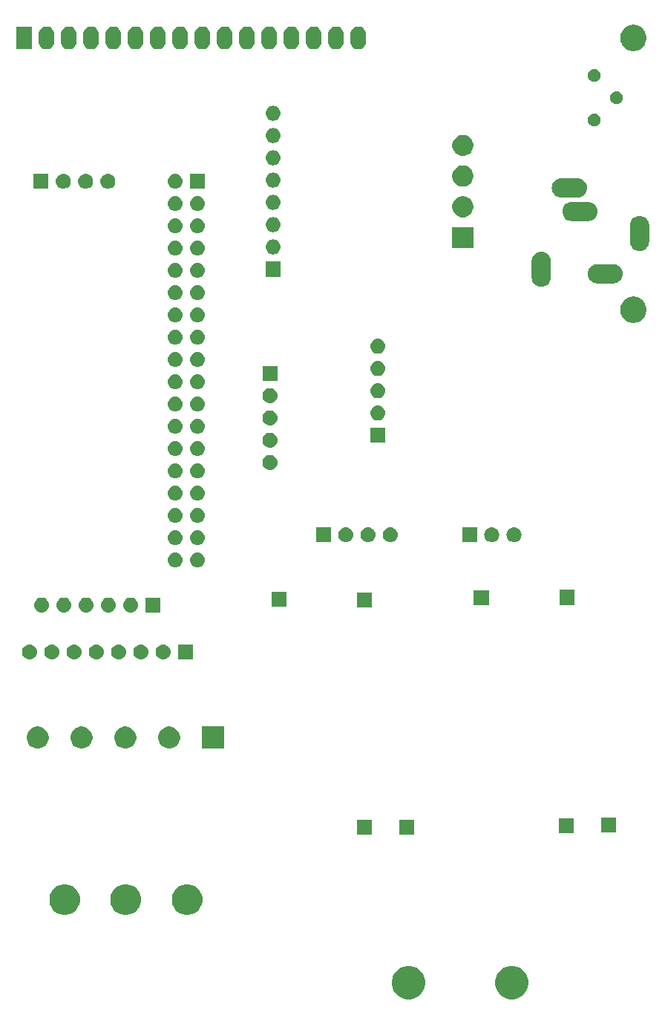
<source format=gbr>
G04 #@! TF.GenerationSoftware,KiCad,Pcbnew,5.0.2-bee76a0~70~ubuntu18.04.1*
G04 #@! TF.CreationDate,2019-03-18T17:02:54-07:00*
G04 #@! TF.ProjectId,Half_Shield,48616c66-5f53-4686-9965-6c642e6b6963,rev?*
G04 #@! TF.SameCoordinates,Original*
G04 #@! TF.FileFunction,Soldermask,Bot*
G04 #@! TF.FilePolarity,Negative*
%FSLAX46Y46*%
G04 Gerber Fmt 4.6, Leading zero omitted, Abs format (unit mm)*
G04 Created by KiCad (PCBNEW 5.0.2-bee76a0~70~ubuntu18.04.1) date Mon 18 Mar 2019 05:02:54 PM PDT*
%MOMM*%
%LPD*%
G01*
G04 APERTURE LIST*
%ADD10C,0.100000*%
G04 APERTURE END LIST*
D10*
G36*
X165654209Y-141479816D02*
X165999986Y-141623041D01*
X166311182Y-141830976D01*
X166575824Y-142095618D01*
X166783759Y-142406814D01*
X166926984Y-142752591D01*
X167000000Y-143119665D01*
X167000000Y-143493935D01*
X166926984Y-143861009D01*
X166783759Y-144206786D01*
X166575824Y-144517982D01*
X166311182Y-144782624D01*
X165999986Y-144990559D01*
X165654209Y-145133784D01*
X165287135Y-145206800D01*
X164912865Y-145206800D01*
X164545791Y-145133784D01*
X164200014Y-144990559D01*
X163888818Y-144782624D01*
X163624176Y-144517982D01*
X163416241Y-144206786D01*
X163273016Y-143861009D01*
X163200000Y-143493935D01*
X163200000Y-143119665D01*
X163273016Y-142752591D01*
X163416241Y-142406814D01*
X163624176Y-142095618D01*
X163888818Y-141830976D01*
X164200014Y-141623041D01*
X164545791Y-141479816D01*
X164912865Y-141406800D01*
X165287135Y-141406800D01*
X165654209Y-141479816D01*
X165654209Y-141479816D01*
G37*
G36*
X153868609Y-141479816D02*
X154214386Y-141623041D01*
X154525582Y-141830976D01*
X154790224Y-142095618D01*
X154998159Y-142406814D01*
X155141384Y-142752591D01*
X155214400Y-143119665D01*
X155214400Y-143493935D01*
X155141384Y-143861009D01*
X154998159Y-144206786D01*
X154790224Y-144517982D01*
X154525582Y-144782624D01*
X154214386Y-144990559D01*
X153868609Y-145133784D01*
X153501535Y-145206800D01*
X153127265Y-145206800D01*
X152760191Y-145133784D01*
X152414414Y-144990559D01*
X152103218Y-144782624D01*
X151838576Y-144517982D01*
X151630641Y-144206786D01*
X151487416Y-143861009D01*
X151414400Y-143493935D01*
X151414400Y-143119665D01*
X151487416Y-142752591D01*
X151630641Y-142406814D01*
X151838576Y-142095618D01*
X152103218Y-141830976D01*
X152414414Y-141623041D01*
X152760191Y-141479816D01*
X153127265Y-141406800D01*
X153501535Y-141406800D01*
X153868609Y-141479816D01*
X153868609Y-141479816D01*
G37*
G36*
X121566856Y-132175251D02*
X121885336Y-132307170D01*
X122171960Y-132498686D01*
X122415714Y-132742440D01*
X122607230Y-133029064D01*
X122739149Y-133347544D01*
X122806400Y-133685640D01*
X122806400Y-134030360D01*
X122739149Y-134368456D01*
X122607230Y-134686936D01*
X122415714Y-134973560D01*
X122171960Y-135217314D01*
X121885336Y-135408830D01*
X121566856Y-135540749D01*
X121228760Y-135608000D01*
X120884040Y-135608000D01*
X120545944Y-135540749D01*
X120227464Y-135408830D01*
X119940840Y-135217314D01*
X119697086Y-134973560D01*
X119505570Y-134686936D01*
X119373651Y-134368456D01*
X119306400Y-134030360D01*
X119306400Y-133685640D01*
X119373651Y-133347544D01*
X119505570Y-133029064D01*
X119697086Y-132742440D01*
X119940840Y-132498686D01*
X120227464Y-132307170D01*
X120545944Y-132175251D01*
X120884040Y-132108000D01*
X121228760Y-132108000D01*
X121566856Y-132175251D01*
X121566856Y-132175251D01*
G37*
G36*
X114607256Y-132175251D02*
X114925736Y-132307170D01*
X115212360Y-132498686D01*
X115456114Y-132742440D01*
X115647630Y-133029064D01*
X115779549Y-133347544D01*
X115846800Y-133685640D01*
X115846800Y-134030360D01*
X115779549Y-134368456D01*
X115647630Y-134686936D01*
X115456114Y-134973560D01*
X115212360Y-135217314D01*
X114925736Y-135408830D01*
X114607256Y-135540749D01*
X114269160Y-135608000D01*
X113924440Y-135608000D01*
X113586344Y-135540749D01*
X113267864Y-135408830D01*
X112981240Y-135217314D01*
X112737486Y-134973560D01*
X112545970Y-134686936D01*
X112414051Y-134368456D01*
X112346800Y-134030360D01*
X112346800Y-133685640D01*
X112414051Y-133347544D01*
X112545970Y-133029064D01*
X112737486Y-132742440D01*
X112981240Y-132498686D01*
X113267864Y-132307170D01*
X113586344Y-132175251D01*
X113924440Y-132108000D01*
X114269160Y-132108000D01*
X114607256Y-132175251D01*
X114607256Y-132175251D01*
G37*
G36*
X128577256Y-132175251D02*
X128895736Y-132307170D01*
X129182360Y-132498686D01*
X129426114Y-132742440D01*
X129617630Y-133029064D01*
X129749549Y-133347544D01*
X129816800Y-133685640D01*
X129816800Y-134030360D01*
X129749549Y-134368456D01*
X129617630Y-134686936D01*
X129426114Y-134973560D01*
X129182360Y-135217314D01*
X128895736Y-135408830D01*
X128577256Y-135540749D01*
X128239160Y-135608000D01*
X127894440Y-135608000D01*
X127556344Y-135540749D01*
X127237864Y-135408830D01*
X126951240Y-135217314D01*
X126707486Y-134973560D01*
X126515970Y-134686936D01*
X126384051Y-134368456D01*
X126316800Y-134030360D01*
X126316800Y-133685640D01*
X126384051Y-133347544D01*
X126515970Y-133029064D01*
X126707486Y-132742440D01*
X126951240Y-132498686D01*
X127237864Y-132307170D01*
X127556344Y-132175251D01*
X127894440Y-132108000D01*
X128239160Y-132108000D01*
X128577256Y-132175251D01*
X128577256Y-132175251D01*
G37*
G36*
X153960949Y-126468646D02*
X152260949Y-126468646D01*
X152260949Y-124768646D01*
X153960949Y-124768646D01*
X153960949Y-126468646D01*
X153960949Y-126468646D01*
G37*
G36*
X149109549Y-126430546D02*
X147409549Y-126430546D01*
X147409549Y-124730546D01*
X149109549Y-124730546D01*
X149109549Y-126430546D01*
X149109549Y-126430546D01*
G37*
G36*
X172161176Y-126245992D02*
X170461176Y-126245992D01*
X170461176Y-124545992D01*
X172161176Y-124545992D01*
X172161176Y-126245992D01*
X172161176Y-126245992D01*
G37*
G36*
X176987176Y-126233292D02*
X175287176Y-126233292D01*
X175287176Y-124533292D01*
X176987176Y-124533292D01*
X176987176Y-126233292D01*
X176987176Y-126233292D01*
G37*
G36*
X111377812Y-114164837D02*
X111605296Y-114259064D01*
X111810031Y-114395864D01*
X111984136Y-114569969D01*
X112120936Y-114774704D01*
X112215163Y-115002188D01*
X112263200Y-115243685D01*
X112263200Y-115489915D01*
X112215163Y-115731412D01*
X112120936Y-115958896D01*
X111984136Y-116163631D01*
X111810031Y-116337736D01*
X111605296Y-116474536D01*
X111377812Y-116568763D01*
X111136315Y-116616800D01*
X110890085Y-116616800D01*
X110648588Y-116568763D01*
X110421104Y-116474536D01*
X110216369Y-116337736D01*
X110042264Y-116163631D01*
X109905464Y-115958896D01*
X109811237Y-115731412D01*
X109763200Y-115489915D01*
X109763200Y-115243685D01*
X109811237Y-115002188D01*
X109905464Y-114774704D01*
X110042264Y-114569969D01*
X110216369Y-114395864D01*
X110421104Y-114259064D01*
X110648588Y-114164837D01*
X110890085Y-114116800D01*
X111136315Y-114116800D01*
X111377812Y-114164837D01*
X111377812Y-114164837D01*
G37*
G36*
X116377812Y-114164837D02*
X116605296Y-114259064D01*
X116810031Y-114395864D01*
X116984136Y-114569969D01*
X117120936Y-114774704D01*
X117215163Y-115002188D01*
X117263200Y-115243685D01*
X117263200Y-115489915D01*
X117215163Y-115731412D01*
X117120936Y-115958896D01*
X116984136Y-116163631D01*
X116810031Y-116337736D01*
X116605296Y-116474536D01*
X116377812Y-116568763D01*
X116136315Y-116616800D01*
X115890085Y-116616800D01*
X115648588Y-116568763D01*
X115421104Y-116474536D01*
X115216369Y-116337736D01*
X115042264Y-116163631D01*
X114905464Y-115958896D01*
X114811237Y-115731412D01*
X114763200Y-115489915D01*
X114763200Y-115243685D01*
X114811237Y-115002188D01*
X114905464Y-114774704D01*
X115042264Y-114569969D01*
X115216369Y-114395864D01*
X115421104Y-114259064D01*
X115648588Y-114164837D01*
X115890085Y-114116800D01*
X116136315Y-114116800D01*
X116377812Y-114164837D01*
X116377812Y-114164837D01*
G37*
G36*
X121377812Y-114164837D02*
X121605296Y-114259064D01*
X121810031Y-114395864D01*
X121984136Y-114569969D01*
X122120936Y-114774704D01*
X122215163Y-115002188D01*
X122263200Y-115243685D01*
X122263200Y-115489915D01*
X122215163Y-115731412D01*
X122120936Y-115958896D01*
X121984136Y-116163631D01*
X121810031Y-116337736D01*
X121605296Y-116474536D01*
X121377812Y-116568763D01*
X121136315Y-116616800D01*
X120890085Y-116616800D01*
X120648588Y-116568763D01*
X120421104Y-116474536D01*
X120216369Y-116337736D01*
X120042264Y-116163631D01*
X119905464Y-115958896D01*
X119811237Y-115731412D01*
X119763200Y-115489915D01*
X119763200Y-115243685D01*
X119811237Y-115002188D01*
X119905464Y-114774704D01*
X120042264Y-114569969D01*
X120216369Y-114395864D01*
X120421104Y-114259064D01*
X120648588Y-114164837D01*
X120890085Y-114116800D01*
X121136315Y-114116800D01*
X121377812Y-114164837D01*
X121377812Y-114164837D01*
G37*
G36*
X126377812Y-114164837D02*
X126605296Y-114259064D01*
X126810031Y-114395864D01*
X126984136Y-114569969D01*
X127120936Y-114774704D01*
X127215163Y-115002188D01*
X127263200Y-115243685D01*
X127263200Y-115489915D01*
X127215163Y-115731412D01*
X127120936Y-115958896D01*
X126984136Y-116163631D01*
X126810031Y-116337736D01*
X126605296Y-116474536D01*
X126377812Y-116568763D01*
X126136315Y-116616800D01*
X125890085Y-116616800D01*
X125648588Y-116568763D01*
X125421104Y-116474536D01*
X125216369Y-116337736D01*
X125042264Y-116163631D01*
X124905464Y-115958896D01*
X124811237Y-115731412D01*
X124763200Y-115489915D01*
X124763200Y-115243685D01*
X124811237Y-115002188D01*
X124905464Y-114774704D01*
X125042264Y-114569969D01*
X125216369Y-114395864D01*
X125421104Y-114259064D01*
X125648588Y-114164837D01*
X125890085Y-114116800D01*
X126136315Y-114116800D01*
X126377812Y-114164837D01*
X126377812Y-114164837D01*
G37*
G36*
X132263200Y-116616800D02*
X129763200Y-116616800D01*
X129763200Y-114116800D01*
X132263200Y-114116800D01*
X132263200Y-116616800D01*
X132263200Y-116616800D01*
G37*
G36*
X128713600Y-106463200D02*
X127013600Y-106463200D01*
X127013600Y-104763200D01*
X128713600Y-104763200D01*
X128713600Y-106463200D01*
X128713600Y-106463200D01*
G37*
G36*
X110250230Y-104775499D02*
X110410455Y-104824103D01*
X110558120Y-104903031D01*
X110687549Y-105009251D01*
X110793769Y-105138680D01*
X110872697Y-105286345D01*
X110921301Y-105446570D01*
X110937712Y-105613200D01*
X110921301Y-105779830D01*
X110872697Y-105940055D01*
X110793769Y-106087720D01*
X110687549Y-106217149D01*
X110558120Y-106323369D01*
X110410455Y-106402297D01*
X110250230Y-106450901D01*
X110125352Y-106463200D01*
X110041848Y-106463200D01*
X109916970Y-106450901D01*
X109756745Y-106402297D01*
X109609080Y-106323369D01*
X109479651Y-106217149D01*
X109373431Y-106087720D01*
X109294503Y-105940055D01*
X109245899Y-105779830D01*
X109229488Y-105613200D01*
X109245899Y-105446570D01*
X109294503Y-105286345D01*
X109373431Y-105138680D01*
X109479651Y-105009251D01*
X109609080Y-104903031D01*
X109756745Y-104824103D01*
X109916970Y-104775499D01*
X110041848Y-104763200D01*
X110125352Y-104763200D01*
X110250230Y-104775499D01*
X110250230Y-104775499D01*
G37*
G36*
X112790230Y-104775499D02*
X112950455Y-104824103D01*
X113098120Y-104903031D01*
X113227549Y-105009251D01*
X113333769Y-105138680D01*
X113412697Y-105286345D01*
X113461301Y-105446570D01*
X113477712Y-105613200D01*
X113461301Y-105779830D01*
X113412697Y-105940055D01*
X113333769Y-106087720D01*
X113227549Y-106217149D01*
X113098120Y-106323369D01*
X112950455Y-106402297D01*
X112790230Y-106450901D01*
X112665352Y-106463200D01*
X112581848Y-106463200D01*
X112456970Y-106450901D01*
X112296745Y-106402297D01*
X112149080Y-106323369D01*
X112019651Y-106217149D01*
X111913431Y-106087720D01*
X111834503Y-105940055D01*
X111785899Y-105779830D01*
X111769488Y-105613200D01*
X111785899Y-105446570D01*
X111834503Y-105286345D01*
X111913431Y-105138680D01*
X112019651Y-105009251D01*
X112149080Y-104903031D01*
X112296745Y-104824103D01*
X112456970Y-104775499D01*
X112581848Y-104763200D01*
X112665352Y-104763200D01*
X112790230Y-104775499D01*
X112790230Y-104775499D01*
G37*
G36*
X115330230Y-104775499D02*
X115490455Y-104824103D01*
X115638120Y-104903031D01*
X115767549Y-105009251D01*
X115873769Y-105138680D01*
X115952697Y-105286345D01*
X116001301Y-105446570D01*
X116017712Y-105613200D01*
X116001301Y-105779830D01*
X115952697Y-105940055D01*
X115873769Y-106087720D01*
X115767549Y-106217149D01*
X115638120Y-106323369D01*
X115490455Y-106402297D01*
X115330230Y-106450901D01*
X115205352Y-106463200D01*
X115121848Y-106463200D01*
X114996970Y-106450901D01*
X114836745Y-106402297D01*
X114689080Y-106323369D01*
X114559651Y-106217149D01*
X114453431Y-106087720D01*
X114374503Y-105940055D01*
X114325899Y-105779830D01*
X114309488Y-105613200D01*
X114325899Y-105446570D01*
X114374503Y-105286345D01*
X114453431Y-105138680D01*
X114559651Y-105009251D01*
X114689080Y-104903031D01*
X114836745Y-104824103D01*
X114996970Y-104775499D01*
X115121848Y-104763200D01*
X115205352Y-104763200D01*
X115330230Y-104775499D01*
X115330230Y-104775499D01*
G37*
G36*
X122950230Y-104775499D02*
X123110455Y-104824103D01*
X123258120Y-104903031D01*
X123387549Y-105009251D01*
X123493769Y-105138680D01*
X123572697Y-105286345D01*
X123621301Y-105446570D01*
X123637712Y-105613200D01*
X123621301Y-105779830D01*
X123572697Y-105940055D01*
X123493769Y-106087720D01*
X123387549Y-106217149D01*
X123258120Y-106323369D01*
X123110455Y-106402297D01*
X122950230Y-106450901D01*
X122825352Y-106463200D01*
X122741848Y-106463200D01*
X122616970Y-106450901D01*
X122456745Y-106402297D01*
X122309080Y-106323369D01*
X122179651Y-106217149D01*
X122073431Y-106087720D01*
X121994503Y-105940055D01*
X121945899Y-105779830D01*
X121929488Y-105613200D01*
X121945899Y-105446570D01*
X121994503Y-105286345D01*
X122073431Y-105138680D01*
X122179651Y-105009251D01*
X122309080Y-104903031D01*
X122456745Y-104824103D01*
X122616970Y-104775499D01*
X122741848Y-104763200D01*
X122825352Y-104763200D01*
X122950230Y-104775499D01*
X122950230Y-104775499D01*
G37*
G36*
X120410230Y-104775499D02*
X120570455Y-104824103D01*
X120718120Y-104903031D01*
X120847549Y-105009251D01*
X120953769Y-105138680D01*
X121032697Y-105286345D01*
X121081301Y-105446570D01*
X121097712Y-105613200D01*
X121081301Y-105779830D01*
X121032697Y-105940055D01*
X120953769Y-106087720D01*
X120847549Y-106217149D01*
X120718120Y-106323369D01*
X120570455Y-106402297D01*
X120410230Y-106450901D01*
X120285352Y-106463200D01*
X120201848Y-106463200D01*
X120076970Y-106450901D01*
X119916745Y-106402297D01*
X119769080Y-106323369D01*
X119639651Y-106217149D01*
X119533431Y-106087720D01*
X119454503Y-105940055D01*
X119405899Y-105779830D01*
X119389488Y-105613200D01*
X119405899Y-105446570D01*
X119454503Y-105286345D01*
X119533431Y-105138680D01*
X119639651Y-105009251D01*
X119769080Y-104903031D01*
X119916745Y-104824103D01*
X120076970Y-104775499D01*
X120201848Y-104763200D01*
X120285352Y-104763200D01*
X120410230Y-104775499D01*
X120410230Y-104775499D01*
G37*
G36*
X117870230Y-104775499D02*
X118030455Y-104824103D01*
X118178120Y-104903031D01*
X118307549Y-105009251D01*
X118413769Y-105138680D01*
X118492697Y-105286345D01*
X118541301Y-105446570D01*
X118557712Y-105613200D01*
X118541301Y-105779830D01*
X118492697Y-105940055D01*
X118413769Y-106087720D01*
X118307549Y-106217149D01*
X118178120Y-106323369D01*
X118030455Y-106402297D01*
X117870230Y-106450901D01*
X117745352Y-106463200D01*
X117661848Y-106463200D01*
X117536970Y-106450901D01*
X117376745Y-106402297D01*
X117229080Y-106323369D01*
X117099651Y-106217149D01*
X116993431Y-106087720D01*
X116914503Y-105940055D01*
X116865899Y-105779830D01*
X116849488Y-105613200D01*
X116865899Y-105446570D01*
X116914503Y-105286345D01*
X116993431Y-105138680D01*
X117099651Y-105009251D01*
X117229080Y-104903031D01*
X117376745Y-104824103D01*
X117536970Y-104775499D01*
X117661848Y-104763200D01*
X117745352Y-104763200D01*
X117870230Y-104775499D01*
X117870230Y-104775499D01*
G37*
G36*
X125490230Y-104775499D02*
X125650455Y-104824103D01*
X125798120Y-104903031D01*
X125927549Y-105009251D01*
X126033769Y-105138680D01*
X126112697Y-105286345D01*
X126161301Y-105446570D01*
X126177712Y-105613200D01*
X126161301Y-105779830D01*
X126112697Y-105940055D01*
X126033769Y-106087720D01*
X125927549Y-106217149D01*
X125798120Y-106323369D01*
X125650455Y-106402297D01*
X125490230Y-106450901D01*
X125365352Y-106463200D01*
X125281848Y-106463200D01*
X125156970Y-106450901D01*
X124996745Y-106402297D01*
X124849080Y-106323369D01*
X124719651Y-106217149D01*
X124613431Y-106087720D01*
X124534503Y-105940055D01*
X124485899Y-105779830D01*
X124469488Y-105613200D01*
X124485899Y-105446570D01*
X124534503Y-105286345D01*
X124613431Y-105138680D01*
X124719651Y-105009251D01*
X124849080Y-104903031D01*
X124996745Y-104824103D01*
X125156970Y-104775499D01*
X125281848Y-104763200D01*
X125365352Y-104763200D01*
X125490230Y-104775499D01*
X125490230Y-104775499D01*
G37*
G36*
X114161830Y-99428799D02*
X114322055Y-99477403D01*
X114469720Y-99556331D01*
X114599149Y-99662551D01*
X114705369Y-99791980D01*
X114784297Y-99939645D01*
X114832901Y-100099870D01*
X114849312Y-100266500D01*
X114832901Y-100433130D01*
X114784297Y-100593355D01*
X114705369Y-100741020D01*
X114599149Y-100870449D01*
X114469720Y-100976669D01*
X114322055Y-101055597D01*
X114161830Y-101104201D01*
X114036952Y-101116500D01*
X113953448Y-101116500D01*
X113828570Y-101104201D01*
X113668345Y-101055597D01*
X113520680Y-100976669D01*
X113391251Y-100870449D01*
X113285031Y-100741020D01*
X113206103Y-100593355D01*
X113157499Y-100433130D01*
X113141088Y-100266500D01*
X113157499Y-100099870D01*
X113206103Y-99939645D01*
X113285031Y-99791980D01*
X113391251Y-99662551D01*
X113520680Y-99556331D01*
X113668345Y-99477403D01*
X113828570Y-99428799D01*
X113953448Y-99416500D01*
X114036952Y-99416500D01*
X114161830Y-99428799D01*
X114161830Y-99428799D01*
G37*
G36*
X125005200Y-101116500D02*
X123305200Y-101116500D01*
X123305200Y-99416500D01*
X125005200Y-99416500D01*
X125005200Y-101116500D01*
X125005200Y-101116500D01*
G37*
G36*
X121781830Y-99428799D02*
X121942055Y-99477403D01*
X122089720Y-99556331D01*
X122219149Y-99662551D01*
X122325369Y-99791980D01*
X122404297Y-99939645D01*
X122452901Y-100099870D01*
X122469312Y-100266500D01*
X122452901Y-100433130D01*
X122404297Y-100593355D01*
X122325369Y-100741020D01*
X122219149Y-100870449D01*
X122089720Y-100976669D01*
X121942055Y-101055597D01*
X121781830Y-101104201D01*
X121656952Y-101116500D01*
X121573448Y-101116500D01*
X121448570Y-101104201D01*
X121288345Y-101055597D01*
X121140680Y-100976669D01*
X121011251Y-100870449D01*
X120905031Y-100741020D01*
X120826103Y-100593355D01*
X120777499Y-100433130D01*
X120761088Y-100266500D01*
X120777499Y-100099870D01*
X120826103Y-99939645D01*
X120905031Y-99791980D01*
X121011251Y-99662551D01*
X121140680Y-99556331D01*
X121288345Y-99477403D01*
X121448570Y-99428799D01*
X121573448Y-99416500D01*
X121656952Y-99416500D01*
X121781830Y-99428799D01*
X121781830Y-99428799D01*
G37*
G36*
X119241830Y-99428799D02*
X119402055Y-99477403D01*
X119549720Y-99556331D01*
X119679149Y-99662551D01*
X119785369Y-99791980D01*
X119864297Y-99939645D01*
X119912901Y-100099870D01*
X119929312Y-100266500D01*
X119912901Y-100433130D01*
X119864297Y-100593355D01*
X119785369Y-100741020D01*
X119679149Y-100870449D01*
X119549720Y-100976669D01*
X119402055Y-101055597D01*
X119241830Y-101104201D01*
X119116952Y-101116500D01*
X119033448Y-101116500D01*
X118908570Y-101104201D01*
X118748345Y-101055597D01*
X118600680Y-100976669D01*
X118471251Y-100870449D01*
X118365031Y-100741020D01*
X118286103Y-100593355D01*
X118237499Y-100433130D01*
X118221088Y-100266500D01*
X118237499Y-100099870D01*
X118286103Y-99939645D01*
X118365031Y-99791980D01*
X118471251Y-99662551D01*
X118600680Y-99556331D01*
X118748345Y-99477403D01*
X118908570Y-99428799D01*
X119033448Y-99416500D01*
X119116952Y-99416500D01*
X119241830Y-99428799D01*
X119241830Y-99428799D01*
G37*
G36*
X116701830Y-99428799D02*
X116862055Y-99477403D01*
X117009720Y-99556331D01*
X117139149Y-99662551D01*
X117245369Y-99791980D01*
X117324297Y-99939645D01*
X117372901Y-100099870D01*
X117389312Y-100266500D01*
X117372901Y-100433130D01*
X117324297Y-100593355D01*
X117245369Y-100741020D01*
X117139149Y-100870449D01*
X117009720Y-100976669D01*
X116862055Y-101055597D01*
X116701830Y-101104201D01*
X116576952Y-101116500D01*
X116493448Y-101116500D01*
X116368570Y-101104201D01*
X116208345Y-101055597D01*
X116060680Y-100976669D01*
X115931251Y-100870449D01*
X115825031Y-100741020D01*
X115746103Y-100593355D01*
X115697499Y-100433130D01*
X115681088Y-100266500D01*
X115697499Y-100099870D01*
X115746103Y-99939645D01*
X115825031Y-99791980D01*
X115931251Y-99662551D01*
X116060680Y-99556331D01*
X116208345Y-99477403D01*
X116368570Y-99428799D01*
X116493448Y-99416500D01*
X116576952Y-99416500D01*
X116701830Y-99428799D01*
X116701830Y-99428799D01*
G37*
G36*
X111621830Y-99428799D02*
X111782055Y-99477403D01*
X111929720Y-99556331D01*
X112059149Y-99662551D01*
X112165369Y-99791980D01*
X112244297Y-99939645D01*
X112292901Y-100099870D01*
X112309312Y-100266500D01*
X112292901Y-100433130D01*
X112244297Y-100593355D01*
X112165369Y-100741020D01*
X112059149Y-100870449D01*
X111929720Y-100976669D01*
X111782055Y-101055597D01*
X111621830Y-101104201D01*
X111496952Y-101116500D01*
X111413448Y-101116500D01*
X111288570Y-101104201D01*
X111128345Y-101055597D01*
X110980680Y-100976669D01*
X110851251Y-100870449D01*
X110745031Y-100741020D01*
X110666103Y-100593355D01*
X110617499Y-100433130D01*
X110601088Y-100266500D01*
X110617499Y-100099870D01*
X110666103Y-99939645D01*
X110745031Y-99791980D01*
X110851251Y-99662551D01*
X110980680Y-99556331D01*
X111128345Y-99477403D01*
X111288570Y-99428799D01*
X111413448Y-99416500D01*
X111496952Y-99416500D01*
X111621830Y-99428799D01*
X111621830Y-99428799D01*
G37*
G36*
X149173049Y-100509846D02*
X147473049Y-100509846D01*
X147473049Y-98809846D01*
X149173049Y-98809846D01*
X149173049Y-100509846D01*
X149173049Y-100509846D01*
G37*
G36*
X139432400Y-100468800D02*
X137732400Y-100468800D01*
X137732400Y-98768800D01*
X139432400Y-98768800D01*
X139432400Y-100468800D01*
X139432400Y-100468800D01*
G37*
G36*
X162471076Y-100299892D02*
X160771076Y-100299892D01*
X160771076Y-98599892D01*
X162471076Y-98599892D01*
X162471076Y-100299892D01*
X162471076Y-100299892D01*
G37*
G36*
X172250076Y-100249092D02*
X170550076Y-100249092D01*
X170550076Y-98549092D01*
X172250076Y-98549092D01*
X172250076Y-100249092D01*
X172250076Y-100249092D01*
G37*
G36*
X126861830Y-94297999D02*
X127022055Y-94346603D01*
X127169720Y-94425531D01*
X127299149Y-94531751D01*
X127405369Y-94661180D01*
X127484297Y-94808845D01*
X127532901Y-94969070D01*
X127549312Y-95135700D01*
X127532901Y-95302330D01*
X127484297Y-95462555D01*
X127405369Y-95610220D01*
X127299149Y-95739649D01*
X127169720Y-95845869D01*
X127022055Y-95924797D01*
X126861830Y-95973401D01*
X126736952Y-95985700D01*
X126653448Y-95985700D01*
X126528570Y-95973401D01*
X126368345Y-95924797D01*
X126220680Y-95845869D01*
X126091251Y-95739649D01*
X125985031Y-95610220D01*
X125906103Y-95462555D01*
X125857499Y-95302330D01*
X125841088Y-95135700D01*
X125857499Y-94969070D01*
X125906103Y-94808845D01*
X125985031Y-94661180D01*
X126091251Y-94531751D01*
X126220680Y-94425531D01*
X126368345Y-94346603D01*
X126528570Y-94297999D01*
X126653448Y-94285700D01*
X126736952Y-94285700D01*
X126861830Y-94297999D01*
X126861830Y-94297999D01*
G37*
G36*
X129401830Y-94297999D02*
X129562055Y-94346603D01*
X129709720Y-94425531D01*
X129839149Y-94531751D01*
X129945369Y-94661180D01*
X130024297Y-94808845D01*
X130072901Y-94969070D01*
X130089312Y-95135700D01*
X130072901Y-95302330D01*
X130024297Y-95462555D01*
X129945369Y-95610220D01*
X129839149Y-95739649D01*
X129709720Y-95845869D01*
X129562055Y-95924797D01*
X129401830Y-95973401D01*
X129276952Y-95985700D01*
X129193448Y-95985700D01*
X129068570Y-95973401D01*
X128908345Y-95924797D01*
X128760680Y-95845869D01*
X128631251Y-95739649D01*
X128525031Y-95610220D01*
X128446103Y-95462555D01*
X128397499Y-95302330D01*
X128381088Y-95135700D01*
X128397499Y-94969070D01*
X128446103Y-94808845D01*
X128525031Y-94661180D01*
X128631251Y-94531751D01*
X128760680Y-94425531D01*
X128908345Y-94346603D01*
X129068570Y-94297999D01*
X129193448Y-94285700D01*
X129276952Y-94285700D01*
X129401830Y-94297999D01*
X129401830Y-94297999D01*
G37*
G36*
X129401830Y-91757999D02*
X129562055Y-91806603D01*
X129709720Y-91885531D01*
X129839149Y-91991751D01*
X129945369Y-92121180D01*
X130024297Y-92268845D01*
X130072901Y-92429070D01*
X130089312Y-92595700D01*
X130072901Y-92762330D01*
X130024297Y-92922555D01*
X129945369Y-93070220D01*
X129839149Y-93199649D01*
X129709720Y-93305869D01*
X129562055Y-93384797D01*
X129401830Y-93433401D01*
X129276952Y-93445700D01*
X129193448Y-93445700D01*
X129068570Y-93433401D01*
X128908345Y-93384797D01*
X128760680Y-93305869D01*
X128631251Y-93199649D01*
X128525031Y-93070220D01*
X128446103Y-92922555D01*
X128397499Y-92762330D01*
X128381088Y-92595700D01*
X128397499Y-92429070D01*
X128446103Y-92268845D01*
X128525031Y-92121180D01*
X128631251Y-91991751D01*
X128760680Y-91885531D01*
X128908345Y-91806603D01*
X129068570Y-91757999D01*
X129193448Y-91745700D01*
X129276952Y-91745700D01*
X129401830Y-91757999D01*
X129401830Y-91757999D01*
G37*
G36*
X126861830Y-91757999D02*
X127022055Y-91806603D01*
X127169720Y-91885531D01*
X127299149Y-91991751D01*
X127405369Y-92121180D01*
X127484297Y-92268845D01*
X127532901Y-92429070D01*
X127549312Y-92595700D01*
X127532901Y-92762330D01*
X127484297Y-92922555D01*
X127405369Y-93070220D01*
X127299149Y-93199649D01*
X127169720Y-93305869D01*
X127022055Y-93384797D01*
X126861830Y-93433401D01*
X126736952Y-93445700D01*
X126653448Y-93445700D01*
X126528570Y-93433401D01*
X126368345Y-93384797D01*
X126220680Y-93305869D01*
X126091251Y-93199649D01*
X125985031Y-93070220D01*
X125906103Y-92922555D01*
X125857499Y-92762330D01*
X125841088Y-92595700D01*
X125857499Y-92429070D01*
X125906103Y-92268845D01*
X125985031Y-92121180D01*
X126091251Y-91991751D01*
X126220680Y-91885531D01*
X126368345Y-91806603D01*
X126528570Y-91757999D01*
X126653448Y-91745700D01*
X126736952Y-91745700D01*
X126861830Y-91757999D01*
X126861830Y-91757999D01*
G37*
G36*
X144461600Y-93102800D02*
X142761600Y-93102800D01*
X142761600Y-91402800D01*
X144461600Y-91402800D01*
X144461600Y-93102800D01*
X144461600Y-93102800D01*
G37*
G36*
X151398230Y-91415099D02*
X151558455Y-91463703D01*
X151706120Y-91542631D01*
X151835549Y-91648851D01*
X151941769Y-91778280D01*
X152020697Y-91925945D01*
X152069301Y-92086170D01*
X152085712Y-92252800D01*
X152069301Y-92419430D01*
X152020697Y-92579655D01*
X151941769Y-92727320D01*
X151835549Y-92856749D01*
X151706120Y-92962969D01*
X151558455Y-93041897D01*
X151398230Y-93090501D01*
X151273352Y-93102800D01*
X151189848Y-93102800D01*
X151064970Y-93090501D01*
X150904745Y-93041897D01*
X150757080Y-92962969D01*
X150627651Y-92856749D01*
X150521431Y-92727320D01*
X150442503Y-92579655D01*
X150393899Y-92419430D01*
X150377488Y-92252800D01*
X150393899Y-92086170D01*
X150442503Y-91925945D01*
X150521431Y-91778280D01*
X150627651Y-91648851D01*
X150757080Y-91542631D01*
X150904745Y-91463703D01*
X151064970Y-91415099D01*
X151189848Y-91402800D01*
X151273352Y-91402800D01*
X151398230Y-91415099D01*
X151398230Y-91415099D01*
G37*
G36*
X148858230Y-91415099D02*
X149018455Y-91463703D01*
X149166120Y-91542631D01*
X149295549Y-91648851D01*
X149401769Y-91778280D01*
X149480697Y-91925945D01*
X149529301Y-92086170D01*
X149545712Y-92252800D01*
X149529301Y-92419430D01*
X149480697Y-92579655D01*
X149401769Y-92727320D01*
X149295549Y-92856749D01*
X149166120Y-92962969D01*
X149018455Y-93041897D01*
X148858230Y-93090501D01*
X148733352Y-93102800D01*
X148649848Y-93102800D01*
X148524970Y-93090501D01*
X148364745Y-93041897D01*
X148217080Y-92962969D01*
X148087651Y-92856749D01*
X147981431Y-92727320D01*
X147902503Y-92579655D01*
X147853899Y-92419430D01*
X147837488Y-92252800D01*
X147853899Y-92086170D01*
X147902503Y-91925945D01*
X147981431Y-91778280D01*
X148087651Y-91648851D01*
X148217080Y-91542631D01*
X148364745Y-91463703D01*
X148524970Y-91415099D01*
X148649848Y-91402800D01*
X148733352Y-91402800D01*
X148858230Y-91415099D01*
X148858230Y-91415099D01*
G37*
G36*
X146318230Y-91415099D02*
X146478455Y-91463703D01*
X146626120Y-91542631D01*
X146755549Y-91648851D01*
X146861769Y-91778280D01*
X146940697Y-91925945D01*
X146989301Y-92086170D01*
X147005712Y-92252800D01*
X146989301Y-92419430D01*
X146940697Y-92579655D01*
X146861769Y-92727320D01*
X146755549Y-92856749D01*
X146626120Y-92962969D01*
X146478455Y-93041897D01*
X146318230Y-93090501D01*
X146193352Y-93102800D01*
X146109848Y-93102800D01*
X145984970Y-93090501D01*
X145824745Y-93041897D01*
X145677080Y-92962969D01*
X145547651Y-92856749D01*
X145441431Y-92727320D01*
X145362503Y-92579655D01*
X145313899Y-92419430D01*
X145297488Y-92252800D01*
X145313899Y-92086170D01*
X145362503Y-91925945D01*
X145441431Y-91778280D01*
X145547651Y-91648851D01*
X145677080Y-91542631D01*
X145824745Y-91463703D01*
X145984970Y-91415099D01*
X146109848Y-91402800D01*
X146193352Y-91402800D01*
X146318230Y-91415099D01*
X146318230Y-91415099D01*
G37*
G36*
X161124000Y-93102800D02*
X159424000Y-93102800D01*
X159424000Y-91402800D01*
X161124000Y-91402800D01*
X161124000Y-93102800D01*
X161124000Y-93102800D01*
G37*
G36*
X162980630Y-91415099D02*
X163140855Y-91463703D01*
X163288520Y-91542631D01*
X163417949Y-91648851D01*
X163524169Y-91778280D01*
X163603097Y-91925945D01*
X163651701Y-92086170D01*
X163668112Y-92252800D01*
X163651701Y-92419430D01*
X163603097Y-92579655D01*
X163524169Y-92727320D01*
X163417949Y-92856749D01*
X163288520Y-92962969D01*
X163140855Y-93041897D01*
X162980630Y-93090501D01*
X162855752Y-93102800D01*
X162772248Y-93102800D01*
X162647370Y-93090501D01*
X162487145Y-93041897D01*
X162339480Y-92962969D01*
X162210051Y-92856749D01*
X162103831Y-92727320D01*
X162024903Y-92579655D01*
X161976299Y-92419430D01*
X161959888Y-92252800D01*
X161976299Y-92086170D01*
X162024903Y-91925945D01*
X162103831Y-91778280D01*
X162210051Y-91648851D01*
X162339480Y-91542631D01*
X162487145Y-91463703D01*
X162647370Y-91415099D01*
X162772248Y-91402800D01*
X162855752Y-91402800D01*
X162980630Y-91415099D01*
X162980630Y-91415099D01*
G37*
G36*
X165520630Y-91415099D02*
X165680855Y-91463703D01*
X165828520Y-91542631D01*
X165957949Y-91648851D01*
X166064169Y-91778280D01*
X166143097Y-91925945D01*
X166191701Y-92086170D01*
X166208112Y-92252800D01*
X166191701Y-92419430D01*
X166143097Y-92579655D01*
X166064169Y-92727320D01*
X165957949Y-92856749D01*
X165828520Y-92962969D01*
X165680855Y-93041897D01*
X165520630Y-93090501D01*
X165395752Y-93102800D01*
X165312248Y-93102800D01*
X165187370Y-93090501D01*
X165027145Y-93041897D01*
X164879480Y-92962969D01*
X164750051Y-92856749D01*
X164643831Y-92727320D01*
X164564903Y-92579655D01*
X164516299Y-92419430D01*
X164499888Y-92252800D01*
X164516299Y-92086170D01*
X164564903Y-91925945D01*
X164643831Y-91778280D01*
X164750051Y-91648851D01*
X164879480Y-91542631D01*
X165027145Y-91463703D01*
X165187370Y-91415099D01*
X165312248Y-91402800D01*
X165395752Y-91402800D01*
X165520630Y-91415099D01*
X165520630Y-91415099D01*
G37*
G36*
X129401830Y-89217999D02*
X129562055Y-89266603D01*
X129709720Y-89345531D01*
X129839149Y-89451751D01*
X129945369Y-89581180D01*
X130024297Y-89728845D01*
X130072901Y-89889070D01*
X130089312Y-90055700D01*
X130072901Y-90222330D01*
X130024297Y-90382555D01*
X129945369Y-90530220D01*
X129839149Y-90659649D01*
X129709720Y-90765869D01*
X129562055Y-90844797D01*
X129401830Y-90893401D01*
X129276952Y-90905700D01*
X129193448Y-90905700D01*
X129068570Y-90893401D01*
X128908345Y-90844797D01*
X128760680Y-90765869D01*
X128631251Y-90659649D01*
X128525031Y-90530220D01*
X128446103Y-90382555D01*
X128397499Y-90222330D01*
X128381088Y-90055700D01*
X128397499Y-89889070D01*
X128446103Y-89728845D01*
X128525031Y-89581180D01*
X128631251Y-89451751D01*
X128760680Y-89345531D01*
X128908345Y-89266603D01*
X129068570Y-89217999D01*
X129193448Y-89205700D01*
X129276952Y-89205700D01*
X129401830Y-89217999D01*
X129401830Y-89217999D01*
G37*
G36*
X126861830Y-89217999D02*
X127022055Y-89266603D01*
X127169720Y-89345531D01*
X127299149Y-89451751D01*
X127405369Y-89581180D01*
X127484297Y-89728845D01*
X127532901Y-89889070D01*
X127549312Y-90055700D01*
X127532901Y-90222330D01*
X127484297Y-90382555D01*
X127405369Y-90530220D01*
X127299149Y-90659649D01*
X127169720Y-90765869D01*
X127022055Y-90844797D01*
X126861830Y-90893401D01*
X126736952Y-90905700D01*
X126653448Y-90905700D01*
X126528570Y-90893401D01*
X126368345Y-90844797D01*
X126220680Y-90765869D01*
X126091251Y-90659649D01*
X125985031Y-90530220D01*
X125906103Y-90382555D01*
X125857499Y-90222330D01*
X125841088Y-90055700D01*
X125857499Y-89889070D01*
X125906103Y-89728845D01*
X125985031Y-89581180D01*
X126091251Y-89451751D01*
X126220680Y-89345531D01*
X126368345Y-89266603D01*
X126528570Y-89217999D01*
X126653448Y-89205700D01*
X126736952Y-89205700D01*
X126861830Y-89217999D01*
X126861830Y-89217999D01*
G37*
G36*
X129401830Y-86677999D02*
X129562055Y-86726603D01*
X129709720Y-86805531D01*
X129839149Y-86911751D01*
X129945369Y-87041180D01*
X130024297Y-87188845D01*
X130072901Y-87349070D01*
X130089312Y-87515700D01*
X130072901Y-87682330D01*
X130024297Y-87842555D01*
X129945369Y-87990220D01*
X129839149Y-88119649D01*
X129709720Y-88225869D01*
X129562055Y-88304797D01*
X129401830Y-88353401D01*
X129276952Y-88365700D01*
X129193448Y-88365700D01*
X129068570Y-88353401D01*
X128908345Y-88304797D01*
X128760680Y-88225869D01*
X128631251Y-88119649D01*
X128525031Y-87990220D01*
X128446103Y-87842555D01*
X128397499Y-87682330D01*
X128381088Y-87515700D01*
X128397499Y-87349070D01*
X128446103Y-87188845D01*
X128525031Y-87041180D01*
X128631251Y-86911751D01*
X128760680Y-86805531D01*
X128908345Y-86726603D01*
X129068570Y-86677999D01*
X129193448Y-86665700D01*
X129276952Y-86665700D01*
X129401830Y-86677999D01*
X129401830Y-86677999D01*
G37*
G36*
X126861830Y-86677999D02*
X127022055Y-86726603D01*
X127169720Y-86805531D01*
X127299149Y-86911751D01*
X127405369Y-87041180D01*
X127484297Y-87188845D01*
X127532901Y-87349070D01*
X127549312Y-87515700D01*
X127532901Y-87682330D01*
X127484297Y-87842555D01*
X127405369Y-87990220D01*
X127299149Y-88119649D01*
X127169720Y-88225869D01*
X127022055Y-88304797D01*
X126861830Y-88353401D01*
X126736952Y-88365700D01*
X126653448Y-88365700D01*
X126528570Y-88353401D01*
X126368345Y-88304797D01*
X126220680Y-88225869D01*
X126091251Y-88119649D01*
X125985031Y-87990220D01*
X125906103Y-87842555D01*
X125857499Y-87682330D01*
X125841088Y-87515700D01*
X125857499Y-87349070D01*
X125906103Y-87188845D01*
X125985031Y-87041180D01*
X126091251Y-86911751D01*
X126220680Y-86805531D01*
X126368345Y-86726603D01*
X126528570Y-86677999D01*
X126653448Y-86665700D01*
X126736952Y-86665700D01*
X126861830Y-86677999D01*
X126861830Y-86677999D01*
G37*
G36*
X129401830Y-84137999D02*
X129562055Y-84186603D01*
X129709720Y-84265531D01*
X129839149Y-84371751D01*
X129945369Y-84501180D01*
X130024297Y-84648845D01*
X130072901Y-84809070D01*
X130089312Y-84975700D01*
X130072901Y-85142330D01*
X130024297Y-85302555D01*
X129945369Y-85450220D01*
X129839149Y-85579649D01*
X129709720Y-85685869D01*
X129562055Y-85764797D01*
X129401830Y-85813401D01*
X129276952Y-85825700D01*
X129193448Y-85825700D01*
X129068570Y-85813401D01*
X128908345Y-85764797D01*
X128760680Y-85685869D01*
X128631251Y-85579649D01*
X128525031Y-85450220D01*
X128446103Y-85302555D01*
X128397499Y-85142330D01*
X128381088Y-84975700D01*
X128397499Y-84809070D01*
X128446103Y-84648845D01*
X128525031Y-84501180D01*
X128631251Y-84371751D01*
X128760680Y-84265531D01*
X128908345Y-84186603D01*
X129068570Y-84137999D01*
X129193448Y-84125700D01*
X129276952Y-84125700D01*
X129401830Y-84137999D01*
X129401830Y-84137999D01*
G37*
G36*
X126861830Y-84137999D02*
X127022055Y-84186603D01*
X127169720Y-84265531D01*
X127299149Y-84371751D01*
X127405369Y-84501180D01*
X127484297Y-84648845D01*
X127532901Y-84809070D01*
X127549312Y-84975700D01*
X127532901Y-85142330D01*
X127484297Y-85302555D01*
X127405369Y-85450220D01*
X127299149Y-85579649D01*
X127169720Y-85685869D01*
X127022055Y-85764797D01*
X126861830Y-85813401D01*
X126736952Y-85825700D01*
X126653448Y-85825700D01*
X126528570Y-85813401D01*
X126368345Y-85764797D01*
X126220680Y-85685869D01*
X126091251Y-85579649D01*
X125985031Y-85450220D01*
X125906103Y-85302555D01*
X125857499Y-85142330D01*
X125841088Y-84975700D01*
X125857499Y-84809070D01*
X125906103Y-84648845D01*
X125985031Y-84501180D01*
X126091251Y-84371751D01*
X126220680Y-84265531D01*
X126368345Y-84186603D01*
X126528570Y-84137999D01*
X126653448Y-84125700D01*
X126736952Y-84125700D01*
X126861830Y-84137999D01*
X126861830Y-84137999D01*
G37*
G36*
X137682230Y-83172799D02*
X137842455Y-83221403D01*
X137990120Y-83300331D01*
X138119549Y-83406551D01*
X138225769Y-83535980D01*
X138304697Y-83683645D01*
X138353301Y-83843870D01*
X138369712Y-84010500D01*
X138353301Y-84177130D01*
X138304697Y-84337355D01*
X138225769Y-84485020D01*
X138119549Y-84614449D01*
X137990120Y-84720669D01*
X137842455Y-84799597D01*
X137682230Y-84848201D01*
X137557352Y-84860500D01*
X137473848Y-84860500D01*
X137348970Y-84848201D01*
X137188745Y-84799597D01*
X137041080Y-84720669D01*
X136911651Y-84614449D01*
X136805431Y-84485020D01*
X136726503Y-84337355D01*
X136677899Y-84177130D01*
X136661488Y-84010500D01*
X136677899Y-83843870D01*
X136726503Y-83683645D01*
X136805431Y-83535980D01*
X136911651Y-83406551D01*
X137041080Y-83300331D01*
X137188745Y-83221403D01*
X137348970Y-83172799D01*
X137473848Y-83160500D01*
X137557352Y-83160500D01*
X137682230Y-83172799D01*
X137682230Y-83172799D01*
G37*
G36*
X126861830Y-81597999D02*
X127022055Y-81646603D01*
X127169720Y-81725531D01*
X127299149Y-81831751D01*
X127405369Y-81961180D01*
X127484297Y-82108845D01*
X127532901Y-82269070D01*
X127549312Y-82435700D01*
X127532901Y-82602330D01*
X127484297Y-82762555D01*
X127405369Y-82910220D01*
X127299149Y-83039649D01*
X127169720Y-83145869D01*
X127022055Y-83224797D01*
X126861830Y-83273401D01*
X126736952Y-83285700D01*
X126653448Y-83285700D01*
X126528570Y-83273401D01*
X126368345Y-83224797D01*
X126220680Y-83145869D01*
X126091251Y-83039649D01*
X125985031Y-82910220D01*
X125906103Y-82762555D01*
X125857499Y-82602330D01*
X125841088Y-82435700D01*
X125857499Y-82269070D01*
X125906103Y-82108845D01*
X125985031Y-81961180D01*
X126091251Y-81831751D01*
X126220680Y-81725531D01*
X126368345Y-81646603D01*
X126528570Y-81597999D01*
X126653448Y-81585700D01*
X126736952Y-81585700D01*
X126861830Y-81597999D01*
X126861830Y-81597999D01*
G37*
G36*
X129401830Y-81597999D02*
X129562055Y-81646603D01*
X129709720Y-81725531D01*
X129839149Y-81831751D01*
X129945369Y-81961180D01*
X130024297Y-82108845D01*
X130072901Y-82269070D01*
X130089312Y-82435700D01*
X130072901Y-82602330D01*
X130024297Y-82762555D01*
X129945369Y-82910220D01*
X129839149Y-83039649D01*
X129709720Y-83145869D01*
X129562055Y-83224797D01*
X129401830Y-83273401D01*
X129276952Y-83285700D01*
X129193448Y-83285700D01*
X129068570Y-83273401D01*
X128908345Y-83224797D01*
X128760680Y-83145869D01*
X128631251Y-83039649D01*
X128525031Y-82910220D01*
X128446103Y-82762555D01*
X128397499Y-82602330D01*
X128381088Y-82435700D01*
X128397499Y-82269070D01*
X128446103Y-82108845D01*
X128525031Y-81961180D01*
X128631251Y-81831751D01*
X128760680Y-81725531D01*
X128908345Y-81646603D01*
X129068570Y-81597999D01*
X129193448Y-81585700D01*
X129276952Y-81585700D01*
X129401830Y-81597999D01*
X129401830Y-81597999D01*
G37*
G36*
X137682230Y-80632799D02*
X137842455Y-80681403D01*
X137990120Y-80760331D01*
X138119549Y-80866551D01*
X138225769Y-80995980D01*
X138304697Y-81143645D01*
X138353301Y-81303870D01*
X138369712Y-81470500D01*
X138353301Y-81637130D01*
X138304697Y-81797355D01*
X138225769Y-81945020D01*
X138119549Y-82074449D01*
X137990120Y-82180669D01*
X137842455Y-82259597D01*
X137682230Y-82308201D01*
X137557352Y-82320500D01*
X137473848Y-82320500D01*
X137348970Y-82308201D01*
X137188745Y-82259597D01*
X137041080Y-82180669D01*
X136911651Y-82074449D01*
X136805431Y-81945020D01*
X136726503Y-81797355D01*
X136677899Y-81637130D01*
X136661488Y-81470500D01*
X136677899Y-81303870D01*
X136726503Y-81143645D01*
X136805431Y-80995980D01*
X136911651Y-80866551D01*
X137041080Y-80760331D01*
X137188745Y-80681403D01*
X137348970Y-80632799D01*
X137473848Y-80620500D01*
X137557352Y-80620500D01*
X137682230Y-80632799D01*
X137682230Y-80632799D01*
G37*
G36*
X150659200Y-81774400D02*
X148959200Y-81774400D01*
X148959200Y-80074400D01*
X150659200Y-80074400D01*
X150659200Y-81774400D01*
X150659200Y-81774400D01*
G37*
G36*
X129401830Y-79057999D02*
X129562055Y-79106603D01*
X129709720Y-79185531D01*
X129839149Y-79291751D01*
X129945369Y-79421180D01*
X130024297Y-79568845D01*
X130072901Y-79729070D01*
X130089312Y-79895700D01*
X130072901Y-80062330D01*
X130024297Y-80222555D01*
X129945369Y-80370220D01*
X129839149Y-80499649D01*
X129709720Y-80605869D01*
X129562055Y-80684797D01*
X129401830Y-80733401D01*
X129276952Y-80745700D01*
X129193448Y-80745700D01*
X129068570Y-80733401D01*
X128908345Y-80684797D01*
X128760680Y-80605869D01*
X128631251Y-80499649D01*
X128525031Y-80370220D01*
X128446103Y-80222555D01*
X128397499Y-80062330D01*
X128381088Y-79895700D01*
X128397499Y-79729070D01*
X128446103Y-79568845D01*
X128525031Y-79421180D01*
X128631251Y-79291751D01*
X128760680Y-79185531D01*
X128908345Y-79106603D01*
X129068570Y-79057999D01*
X129193448Y-79045700D01*
X129276952Y-79045700D01*
X129401830Y-79057999D01*
X129401830Y-79057999D01*
G37*
G36*
X126861830Y-79057999D02*
X127022055Y-79106603D01*
X127169720Y-79185531D01*
X127299149Y-79291751D01*
X127405369Y-79421180D01*
X127484297Y-79568845D01*
X127532901Y-79729070D01*
X127549312Y-79895700D01*
X127532901Y-80062330D01*
X127484297Y-80222555D01*
X127405369Y-80370220D01*
X127299149Y-80499649D01*
X127169720Y-80605869D01*
X127022055Y-80684797D01*
X126861830Y-80733401D01*
X126736952Y-80745700D01*
X126653448Y-80745700D01*
X126528570Y-80733401D01*
X126368345Y-80684797D01*
X126220680Y-80605869D01*
X126091251Y-80499649D01*
X125985031Y-80370220D01*
X125906103Y-80222555D01*
X125857499Y-80062330D01*
X125841088Y-79895700D01*
X125857499Y-79729070D01*
X125906103Y-79568845D01*
X125985031Y-79421180D01*
X126091251Y-79291751D01*
X126220680Y-79185531D01*
X126368345Y-79106603D01*
X126528570Y-79057999D01*
X126653448Y-79045700D01*
X126736952Y-79045700D01*
X126861830Y-79057999D01*
X126861830Y-79057999D01*
G37*
G36*
X137682230Y-78092799D02*
X137842455Y-78141403D01*
X137990120Y-78220331D01*
X138119549Y-78326551D01*
X138225769Y-78455980D01*
X138304697Y-78603645D01*
X138353301Y-78763870D01*
X138369712Y-78930500D01*
X138353301Y-79097130D01*
X138304697Y-79257355D01*
X138225769Y-79405020D01*
X138119549Y-79534449D01*
X137990120Y-79640669D01*
X137842455Y-79719597D01*
X137682230Y-79768201D01*
X137557352Y-79780500D01*
X137473848Y-79780500D01*
X137348970Y-79768201D01*
X137188745Y-79719597D01*
X137041080Y-79640669D01*
X136911651Y-79534449D01*
X136805431Y-79405020D01*
X136726503Y-79257355D01*
X136677899Y-79097130D01*
X136661488Y-78930500D01*
X136677899Y-78763870D01*
X136726503Y-78603645D01*
X136805431Y-78455980D01*
X136911651Y-78326551D01*
X137041080Y-78220331D01*
X137188745Y-78141403D01*
X137348970Y-78092799D01*
X137473848Y-78080500D01*
X137557352Y-78080500D01*
X137682230Y-78092799D01*
X137682230Y-78092799D01*
G37*
G36*
X149975830Y-77546699D02*
X150136055Y-77595303D01*
X150283720Y-77674231D01*
X150413149Y-77780451D01*
X150519369Y-77909880D01*
X150598297Y-78057545D01*
X150646901Y-78217770D01*
X150663312Y-78384400D01*
X150646901Y-78551030D01*
X150598297Y-78711255D01*
X150519369Y-78858920D01*
X150413149Y-78988349D01*
X150283720Y-79094569D01*
X150136055Y-79173497D01*
X149975830Y-79222101D01*
X149850952Y-79234400D01*
X149767448Y-79234400D01*
X149642570Y-79222101D01*
X149482345Y-79173497D01*
X149334680Y-79094569D01*
X149205251Y-78988349D01*
X149099031Y-78858920D01*
X149020103Y-78711255D01*
X148971499Y-78551030D01*
X148955088Y-78384400D01*
X148971499Y-78217770D01*
X149020103Y-78057545D01*
X149099031Y-77909880D01*
X149205251Y-77780451D01*
X149334680Y-77674231D01*
X149482345Y-77595303D01*
X149642570Y-77546699D01*
X149767448Y-77534400D01*
X149850952Y-77534400D01*
X149975830Y-77546699D01*
X149975830Y-77546699D01*
G37*
G36*
X129401830Y-76517999D02*
X129562055Y-76566603D01*
X129709720Y-76645531D01*
X129839149Y-76751751D01*
X129945369Y-76881180D01*
X130024297Y-77028845D01*
X130072901Y-77189070D01*
X130089312Y-77355700D01*
X130072901Y-77522330D01*
X130024297Y-77682555D01*
X129945369Y-77830220D01*
X129839149Y-77959649D01*
X129709720Y-78065869D01*
X129562055Y-78144797D01*
X129401830Y-78193401D01*
X129276952Y-78205700D01*
X129193448Y-78205700D01*
X129068570Y-78193401D01*
X128908345Y-78144797D01*
X128760680Y-78065869D01*
X128631251Y-77959649D01*
X128525031Y-77830220D01*
X128446103Y-77682555D01*
X128397499Y-77522330D01*
X128381088Y-77355700D01*
X128397499Y-77189070D01*
X128446103Y-77028845D01*
X128525031Y-76881180D01*
X128631251Y-76751751D01*
X128760680Y-76645531D01*
X128908345Y-76566603D01*
X129068570Y-76517999D01*
X129193448Y-76505700D01*
X129276952Y-76505700D01*
X129401830Y-76517999D01*
X129401830Y-76517999D01*
G37*
G36*
X126861830Y-76517999D02*
X127022055Y-76566603D01*
X127169720Y-76645531D01*
X127299149Y-76751751D01*
X127405369Y-76881180D01*
X127484297Y-77028845D01*
X127532901Y-77189070D01*
X127549312Y-77355700D01*
X127532901Y-77522330D01*
X127484297Y-77682555D01*
X127405369Y-77830220D01*
X127299149Y-77959649D01*
X127169720Y-78065869D01*
X127022055Y-78144797D01*
X126861830Y-78193401D01*
X126736952Y-78205700D01*
X126653448Y-78205700D01*
X126528570Y-78193401D01*
X126368345Y-78144797D01*
X126220680Y-78065869D01*
X126091251Y-77959649D01*
X125985031Y-77830220D01*
X125906103Y-77682555D01*
X125857499Y-77522330D01*
X125841088Y-77355700D01*
X125857499Y-77189070D01*
X125906103Y-77028845D01*
X125985031Y-76881180D01*
X126091251Y-76751751D01*
X126220680Y-76645531D01*
X126368345Y-76566603D01*
X126528570Y-76517999D01*
X126653448Y-76505700D01*
X126736952Y-76505700D01*
X126861830Y-76517999D01*
X126861830Y-76517999D01*
G37*
G36*
X137682230Y-75552799D02*
X137842455Y-75601403D01*
X137990120Y-75680331D01*
X138119549Y-75786551D01*
X138225769Y-75915980D01*
X138304697Y-76063645D01*
X138353301Y-76223870D01*
X138369712Y-76390500D01*
X138353301Y-76557130D01*
X138304697Y-76717355D01*
X138225769Y-76865020D01*
X138119549Y-76994449D01*
X137990120Y-77100669D01*
X137842455Y-77179597D01*
X137682230Y-77228201D01*
X137557352Y-77240500D01*
X137473848Y-77240500D01*
X137348970Y-77228201D01*
X137188745Y-77179597D01*
X137041080Y-77100669D01*
X136911651Y-76994449D01*
X136805431Y-76865020D01*
X136726503Y-76717355D01*
X136677899Y-76557130D01*
X136661488Y-76390500D01*
X136677899Y-76223870D01*
X136726503Y-76063645D01*
X136805431Y-75915980D01*
X136911651Y-75786551D01*
X137041080Y-75680331D01*
X137188745Y-75601403D01*
X137348970Y-75552799D01*
X137473848Y-75540500D01*
X137557352Y-75540500D01*
X137682230Y-75552799D01*
X137682230Y-75552799D01*
G37*
G36*
X149975830Y-75006699D02*
X150136055Y-75055303D01*
X150283720Y-75134231D01*
X150413149Y-75240451D01*
X150519369Y-75369880D01*
X150598297Y-75517545D01*
X150646901Y-75677770D01*
X150663312Y-75844400D01*
X150646901Y-76011030D01*
X150598297Y-76171255D01*
X150519369Y-76318920D01*
X150413149Y-76448349D01*
X150283720Y-76554569D01*
X150136055Y-76633497D01*
X149975830Y-76682101D01*
X149850952Y-76694400D01*
X149767448Y-76694400D01*
X149642570Y-76682101D01*
X149482345Y-76633497D01*
X149334680Y-76554569D01*
X149205251Y-76448349D01*
X149099031Y-76318920D01*
X149020103Y-76171255D01*
X148971499Y-76011030D01*
X148955088Y-75844400D01*
X148971499Y-75677770D01*
X149020103Y-75517545D01*
X149099031Y-75369880D01*
X149205251Y-75240451D01*
X149334680Y-75134231D01*
X149482345Y-75055303D01*
X149642570Y-75006699D01*
X149767448Y-74994400D01*
X149850952Y-74994400D01*
X149975830Y-75006699D01*
X149975830Y-75006699D01*
G37*
G36*
X126861830Y-73977999D02*
X127022055Y-74026603D01*
X127169720Y-74105531D01*
X127299149Y-74211751D01*
X127405369Y-74341180D01*
X127484297Y-74488845D01*
X127532901Y-74649070D01*
X127549312Y-74815700D01*
X127532901Y-74982330D01*
X127484297Y-75142555D01*
X127405369Y-75290220D01*
X127299149Y-75419649D01*
X127169720Y-75525869D01*
X127022055Y-75604797D01*
X126861830Y-75653401D01*
X126736952Y-75665700D01*
X126653448Y-75665700D01*
X126528570Y-75653401D01*
X126368345Y-75604797D01*
X126220680Y-75525869D01*
X126091251Y-75419649D01*
X125985031Y-75290220D01*
X125906103Y-75142555D01*
X125857499Y-74982330D01*
X125841088Y-74815700D01*
X125857499Y-74649070D01*
X125906103Y-74488845D01*
X125985031Y-74341180D01*
X126091251Y-74211751D01*
X126220680Y-74105531D01*
X126368345Y-74026603D01*
X126528570Y-73977999D01*
X126653448Y-73965700D01*
X126736952Y-73965700D01*
X126861830Y-73977999D01*
X126861830Y-73977999D01*
G37*
G36*
X129401830Y-73977999D02*
X129562055Y-74026603D01*
X129709720Y-74105531D01*
X129839149Y-74211751D01*
X129945369Y-74341180D01*
X130024297Y-74488845D01*
X130072901Y-74649070D01*
X130089312Y-74815700D01*
X130072901Y-74982330D01*
X130024297Y-75142555D01*
X129945369Y-75290220D01*
X129839149Y-75419649D01*
X129709720Y-75525869D01*
X129562055Y-75604797D01*
X129401830Y-75653401D01*
X129276952Y-75665700D01*
X129193448Y-75665700D01*
X129068570Y-75653401D01*
X128908345Y-75604797D01*
X128760680Y-75525869D01*
X128631251Y-75419649D01*
X128525031Y-75290220D01*
X128446103Y-75142555D01*
X128397499Y-74982330D01*
X128381088Y-74815700D01*
X128397499Y-74649070D01*
X128446103Y-74488845D01*
X128525031Y-74341180D01*
X128631251Y-74211751D01*
X128760680Y-74105531D01*
X128908345Y-74026603D01*
X129068570Y-73977999D01*
X129193448Y-73965700D01*
X129276952Y-73965700D01*
X129401830Y-73977999D01*
X129401830Y-73977999D01*
G37*
G36*
X138365600Y-74700500D02*
X136665600Y-74700500D01*
X136665600Y-73000500D01*
X138365600Y-73000500D01*
X138365600Y-74700500D01*
X138365600Y-74700500D01*
G37*
G36*
X149975830Y-72466699D02*
X150136055Y-72515303D01*
X150283720Y-72594231D01*
X150413149Y-72700451D01*
X150519369Y-72829880D01*
X150598297Y-72977545D01*
X150646901Y-73137770D01*
X150663312Y-73304400D01*
X150646901Y-73471030D01*
X150598297Y-73631255D01*
X150519369Y-73778920D01*
X150413149Y-73908349D01*
X150283720Y-74014569D01*
X150136055Y-74093497D01*
X149975830Y-74142101D01*
X149850952Y-74154400D01*
X149767448Y-74154400D01*
X149642570Y-74142101D01*
X149482345Y-74093497D01*
X149334680Y-74014569D01*
X149205251Y-73908349D01*
X149099031Y-73778920D01*
X149020103Y-73631255D01*
X148971499Y-73471030D01*
X148955088Y-73304400D01*
X148971499Y-73137770D01*
X149020103Y-72977545D01*
X149099031Y-72829880D01*
X149205251Y-72700451D01*
X149334680Y-72594231D01*
X149482345Y-72515303D01*
X149642570Y-72466699D01*
X149767448Y-72454400D01*
X149850952Y-72454400D01*
X149975830Y-72466699D01*
X149975830Y-72466699D01*
G37*
G36*
X129401830Y-71437999D02*
X129562055Y-71486603D01*
X129709720Y-71565531D01*
X129839149Y-71671751D01*
X129945369Y-71801180D01*
X130024297Y-71948845D01*
X130072901Y-72109070D01*
X130089312Y-72275700D01*
X130072901Y-72442330D01*
X130024297Y-72602555D01*
X129945369Y-72750220D01*
X129839149Y-72879649D01*
X129709720Y-72985869D01*
X129562055Y-73064797D01*
X129401830Y-73113401D01*
X129276952Y-73125700D01*
X129193448Y-73125700D01*
X129068570Y-73113401D01*
X128908345Y-73064797D01*
X128760680Y-72985869D01*
X128631251Y-72879649D01*
X128525031Y-72750220D01*
X128446103Y-72602555D01*
X128397499Y-72442330D01*
X128381088Y-72275700D01*
X128397499Y-72109070D01*
X128446103Y-71948845D01*
X128525031Y-71801180D01*
X128631251Y-71671751D01*
X128760680Y-71565531D01*
X128908345Y-71486603D01*
X129068570Y-71437999D01*
X129193448Y-71425700D01*
X129276952Y-71425700D01*
X129401830Y-71437999D01*
X129401830Y-71437999D01*
G37*
G36*
X126861830Y-71437999D02*
X127022055Y-71486603D01*
X127169720Y-71565531D01*
X127299149Y-71671751D01*
X127405369Y-71801180D01*
X127484297Y-71948845D01*
X127532901Y-72109070D01*
X127549312Y-72275700D01*
X127532901Y-72442330D01*
X127484297Y-72602555D01*
X127405369Y-72750220D01*
X127299149Y-72879649D01*
X127169720Y-72985869D01*
X127022055Y-73064797D01*
X126861830Y-73113401D01*
X126736952Y-73125700D01*
X126653448Y-73125700D01*
X126528570Y-73113401D01*
X126368345Y-73064797D01*
X126220680Y-72985869D01*
X126091251Y-72879649D01*
X125985031Y-72750220D01*
X125906103Y-72602555D01*
X125857499Y-72442330D01*
X125841088Y-72275700D01*
X125857499Y-72109070D01*
X125906103Y-71948845D01*
X125985031Y-71801180D01*
X126091251Y-71671751D01*
X126220680Y-71565531D01*
X126368345Y-71486603D01*
X126528570Y-71437999D01*
X126653448Y-71425700D01*
X126736952Y-71425700D01*
X126861830Y-71437999D01*
X126861830Y-71437999D01*
G37*
G36*
X149975830Y-69926699D02*
X150136055Y-69975303D01*
X150283720Y-70054231D01*
X150413149Y-70160451D01*
X150519369Y-70289880D01*
X150598297Y-70437545D01*
X150646901Y-70597770D01*
X150663312Y-70764400D01*
X150646901Y-70931030D01*
X150598297Y-71091255D01*
X150519369Y-71238920D01*
X150413149Y-71368349D01*
X150283720Y-71474569D01*
X150136055Y-71553497D01*
X149975830Y-71602101D01*
X149850952Y-71614400D01*
X149767448Y-71614400D01*
X149642570Y-71602101D01*
X149482345Y-71553497D01*
X149334680Y-71474569D01*
X149205251Y-71368349D01*
X149099031Y-71238920D01*
X149020103Y-71091255D01*
X148971499Y-70931030D01*
X148955088Y-70764400D01*
X148971499Y-70597770D01*
X149020103Y-70437545D01*
X149099031Y-70289880D01*
X149205251Y-70160451D01*
X149334680Y-70054231D01*
X149482345Y-69975303D01*
X149642570Y-69926699D01*
X149767448Y-69914400D01*
X149850952Y-69914400D01*
X149975830Y-69926699D01*
X149975830Y-69926699D01*
G37*
G36*
X126861830Y-68897999D02*
X127022055Y-68946603D01*
X127169720Y-69025531D01*
X127299149Y-69131751D01*
X127405369Y-69261180D01*
X127484297Y-69408845D01*
X127532901Y-69569070D01*
X127549312Y-69735700D01*
X127532901Y-69902330D01*
X127484297Y-70062555D01*
X127405369Y-70210220D01*
X127299149Y-70339649D01*
X127169720Y-70445869D01*
X127022055Y-70524797D01*
X126861830Y-70573401D01*
X126736952Y-70585700D01*
X126653448Y-70585700D01*
X126528570Y-70573401D01*
X126368345Y-70524797D01*
X126220680Y-70445869D01*
X126091251Y-70339649D01*
X125985031Y-70210220D01*
X125906103Y-70062555D01*
X125857499Y-69902330D01*
X125841088Y-69735700D01*
X125857499Y-69569070D01*
X125906103Y-69408845D01*
X125985031Y-69261180D01*
X126091251Y-69131751D01*
X126220680Y-69025531D01*
X126368345Y-68946603D01*
X126528570Y-68897999D01*
X126653448Y-68885700D01*
X126736952Y-68885700D01*
X126861830Y-68897999D01*
X126861830Y-68897999D01*
G37*
G36*
X129401830Y-68897999D02*
X129562055Y-68946603D01*
X129709720Y-69025531D01*
X129839149Y-69131751D01*
X129945369Y-69261180D01*
X130024297Y-69408845D01*
X130072901Y-69569070D01*
X130089312Y-69735700D01*
X130072901Y-69902330D01*
X130024297Y-70062555D01*
X129945369Y-70210220D01*
X129839149Y-70339649D01*
X129709720Y-70445869D01*
X129562055Y-70524797D01*
X129401830Y-70573401D01*
X129276952Y-70585700D01*
X129193448Y-70585700D01*
X129068570Y-70573401D01*
X128908345Y-70524797D01*
X128760680Y-70445869D01*
X128631251Y-70339649D01*
X128525031Y-70210220D01*
X128446103Y-70062555D01*
X128397499Y-69902330D01*
X128381088Y-69735700D01*
X128397499Y-69569070D01*
X128446103Y-69408845D01*
X128525031Y-69261180D01*
X128631251Y-69131751D01*
X128760680Y-69025531D01*
X128908345Y-68946603D01*
X129068570Y-68897999D01*
X129193448Y-68885700D01*
X129276952Y-68885700D01*
X129401830Y-68897999D01*
X129401830Y-68897999D01*
G37*
G36*
X179279172Y-65130219D02*
X179411014Y-65156444D01*
X179604040Y-65236398D01*
X179660174Y-65259649D01*
X179683997Y-65269517D01*
X179828197Y-65365869D01*
X179929677Y-65433676D01*
X180138604Y-65642603D01*
X180302764Y-65888285D01*
X180415836Y-66161267D01*
X180464637Y-66406603D01*
X180473480Y-66451063D01*
X180473480Y-66746537D01*
X180415836Y-67036334D01*
X180302763Y-67309317D01*
X180160281Y-67522555D01*
X180138604Y-67554997D01*
X179929677Y-67763924D01*
X179929674Y-67763926D01*
X179683997Y-67928083D01*
X179411014Y-68041156D01*
X179314415Y-68060371D01*
X179121219Y-68098800D01*
X178825741Y-68098800D01*
X178632545Y-68060371D01*
X178535946Y-68041156D01*
X178262963Y-67928083D01*
X178017286Y-67763926D01*
X178017283Y-67763924D01*
X177808356Y-67554997D01*
X177786679Y-67522555D01*
X177644197Y-67309317D01*
X177531124Y-67036334D01*
X177473480Y-66746537D01*
X177473480Y-66451063D01*
X177482324Y-66406603D01*
X177531124Y-66161267D01*
X177644196Y-65888285D01*
X177808356Y-65642603D01*
X178017283Y-65433676D01*
X178118763Y-65365869D01*
X178262963Y-65269517D01*
X178286787Y-65259649D01*
X178342920Y-65236398D01*
X178535946Y-65156444D01*
X178667788Y-65130219D01*
X178825741Y-65098800D01*
X179121219Y-65098800D01*
X179279172Y-65130219D01*
X179279172Y-65130219D01*
G37*
G36*
X126861830Y-66357999D02*
X127022055Y-66406603D01*
X127169720Y-66485531D01*
X127299149Y-66591751D01*
X127405369Y-66721180D01*
X127484297Y-66868845D01*
X127532901Y-67029070D01*
X127549312Y-67195700D01*
X127532901Y-67362330D01*
X127484297Y-67522555D01*
X127405369Y-67670220D01*
X127299149Y-67799649D01*
X127169720Y-67905869D01*
X127022055Y-67984797D01*
X126861830Y-68033401D01*
X126736952Y-68045700D01*
X126653448Y-68045700D01*
X126528570Y-68033401D01*
X126368345Y-67984797D01*
X126220680Y-67905869D01*
X126091251Y-67799649D01*
X125985031Y-67670220D01*
X125906103Y-67522555D01*
X125857499Y-67362330D01*
X125841088Y-67195700D01*
X125857499Y-67029070D01*
X125906103Y-66868845D01*
X125985031Y-66721180D01*
X126091251Y-66591751D01*
X126220680Y-66485531D01*
X126368345Y-66406603D01*
X126528570Y-66357999D01*
X126653448Y-66345700D01*
X126736952Y-66345700D01*
X126861830Y-66357999D01*
X126861830Y-66357999D01*
G37*
G36*
X129401830Y-66357999D02*
X129562055Y-66406603D01*
X129709720Y-66485531D01*
X129839149Y-66591751D01*
X129945369Y-66721180D01*
X130024297Y-66868845D01*
X130072901Y-67029070D01*
X130089312Y-67195700D01*
X130072901Y-67362330D01*
X130024297Y-67522555D01*
X129945369Y-67670220D01*
X129839149Y-67799649D01*
X129709720Y-67905869D01*
X129562055Y-67984797D01*
X129401830Y-68033401D01*
X129276952Y-68045700D01*
X129193448Y-68045700D01*
X129068570Y-68033401D01*
X128908345Y-67984797D01*
X128760680Y-67905869D01*
X128631251Y-67799649D01*
X128525031Y-67670220D01*
X128446103Y-67522555D01*
X128397499Y-67362330D01*
X128381088Y-67195700D01*
X128397499Y-67029070D01*
X128446103Y-66868845D01*
X128525031Y-66721180D01*
X128631251Y-66591751D01*
X128760680Y-66485531D01*
X128908345Y-66406603D01*
X129068570Y-66357999D01*
X129193448Y-66345700D01*
X129276952Y-66345700D01*
X129401830Y-66357999D01*
X129401830Y-66357999D01*
G37*
G36*
X129401830Y-63817999D02*
X129562055Y-63866603D01*
X129709720Y-63945531D01*
X129839149Y-64051751D01*
X129945369Y-64181180D01*
X130024297Y-64328845D01*
X130072901Y-64489070D01*
X130089312Y-64655700D01*
X130072901Y-64822330D01*
X130024297Y-64982555D01*
X129945369Y-65130220D01*
X129839149Y-65259649D01*
X129709720Y-65365869D01*
X129562055Y-65444797D01*
X129401830Y-65493401D01*
X129276952Y-65505700D01*
X129193448Y-65505700D01*
X129068570Y-65493401D01*
X128908345Y-65444797D01*
X128760680Y-65365869D01*
X128631251Y-65259649D01*
X128525031Y-65130220D01*
X128446103Y-64982555D01*
X128397499Y-64822330D01*
X128381088Y-64655700D01*
X128397499Y-64489070D01*
X128446103Y-64328845D01*
X128525031Y-64181180D01*
X128631251Y-64051751D01*
X128760680Y-63945531D01*
X128908345Y-63866603D01*
X129068570Y-63817999D01*
X129193448Y-63805700D01*
X129276952Y-63805700D01*
X129401830Y-63817999D01*
X129401830Y-63817999D01*
G37*
G36*
X126861830Y-63817999D02*
X127022055Y-63866603D01*
X127169720Y-63945531D01*
X127299149Y-64051751D01*
X127405369Y-64181180D01*
X127484297Y-64328845D01*
X127532901Y-64489070D01*
X127549312Y-64655700D01*
X127532901Y-64822330D01*
X127484297Y-64982555D01*
X127405369Y-65130220D01*
X127299149Y-65259649D01*
X127169720Y-65365869D01*
X127022055Y-65444797D01*
X126861830Y-65493401D01*
X126736952Y-65505700D01*
X126653448Y-65505700D01*
X126528570Y-65493401D01*
X126368345Y-65444797D01*
X126220680Y-65365869D01*
X126091251Y-65259649D01*
X125985031Y-65130220D01*
X125906103Y-64982555D01*
X125857499Y-64822330D01*
X125841088Y-64655700D01*
X125857499Y-64489070D01*
X125906103Y-64328845D01*
X125985031Y-64181180D01*
X126091251Y-64051751D01*
X126220680Y-63945531D01*
X126368345Y-63866603D01*
X126528570Y-63817999D01*
X126653448Y-63805700D01*
X126736952Y-63805700D01*
X126861830Y-63817999D01*
X126861830Y-63817999D01*
G37*
G36*
X168683638Y-59999916D02*
X168890985Y-60062815D01*
X168890987Y-60062816D01*
X169082084Y-60164958D01*
X169249581Y-60302419D01*
X169387042Y-60469916D01*
X169489184Y-60661012D01*
X169489185Y-60661014D01*
X169552084Y-60868361D01*
X169568000Y-61029962D01*
X169568000Y-62938038D01*
X169552237Y-63098082D01*
X169552084Y-63099638D01*
X169489184Y-63306988D01*
X169387042Y-63498084D01*
X169249581Y-63665581D01*
X169082084Y-63803042D01*
X168890988Y-63905184D01*
X168890986Y-63905185D01*
X168683639Y-63968084D01*
X168468000Y-63989322D01*
X168252362Y-63968084D01*
X168045015Y-63905185D01*
X168045013Y-63905184D01*
X167853917Y-63803042D01*
X167686420Y-63665581D01*
X167548959Y-63498084D01*
X167446817Y-63306988D01*
X167383917Y-63099638D01*
X167368000Y-62938036D01*
X167368000Y-61029965D01*
X167383916Y-60868363D01*
X167383916Y-60868362D01*
X167446815Y-60661015D01*
X167446817Y-60661012D01*
X167548958Y-60469916D01*
X167686419Y-60302419D01*
X167853916Y-60164958D01*
X168045012Y-60062816D01*
X168045014Y-60062815D01*
X168252361Y-59999916D01*
X168468000Y-59978678D01*
X168683638Y-59999916D01*
X168683638Y-59999916D01*
G37*
G36*
X176883639Y-61399916D02*
X177090986Y-61462815D01*
X177090988Y-61462816D01*
X177282084Y-61564958D01*
X177449581Y-61702419D01*
X177587042Y-61869916D01*
X177689184Y-62061012D01*
X177689185Y-62061014D01*
X177752084Y-62268361D01*
X177773322Y-62484000D01*
X177762861Y-62590220D01*
X177752084Y-62699638D01*
X177689184Y-62906988D01*
X177587042Y-63098084D01*
X177449581Y-63265581D01*
X177282084Y-63403042D01*
X177104275Y-63498082D01*
X177090986Y-63505185D01*
X176883639Y-63568084D01*
X176722038Y-63584000D01*
X174813962Y-63584000D01*
X174652361Y-63568084D01*
X174445014Y-63505185D01*
X174431725Y-63498082D01*
X174253916Y-63403042D01*
X174086419Y-63265581D01*
X173948958Y-63098084D01*
X173846816Y-62906988D01*
X173783916Y-62699638D01*
X173773140Y-62590220D01*
X173762678Y-62484000D01*
X173783916Y-62268361D01*
X173846815Y-62061014D01*
X173846816Y-62061012D01*
X173948958Y-61869916D01*
X174086419Y-61702419D01*
X174253916Y-61564958D01*
X174445012Y-61462816D01*
X174445014Y-61462815D01*
X174652361Y-61399916D01*
X174813962Y-61384000D01*
X176722038Y-61384000D01*
X176883639Y-61399916D01*
X176883639Y-61399916D01*
G37*
G36*
X129401830Y-61277999D02*
X129562055Y-61326603D01*
X129709720Y-61405531D01*
X129839149Y-61511751D01*
X129945369Y-61641180D01*
X130024297Y-61788845D01*
X130072901Y-61949070D01*
X130089312Y-62115700D01*
X130072901Y-62282330D01*
X130024297Y-62442555D01*
X129945369Y-62590220D01*
X129839149Y-62719649D01*
X129709720Y-62825869D01*
X129562055Y-62904797D01*
X129401830Y-62953401D01*
X129276952Y-62965700D01*
X129193448Y-62965700D01*
X129068570Y-62953401D01*
X128908345Y-62904797D01*
X128760680Y-62825869D01*
X128631251Y-62719649D01*
X128525031Y-62590220D01*
X128446103Y-62442555D01*
X128397499Y-62282330D01*
X128381088Y-62115700D01*
X128397499Y-61949070D01*
X128446103Y-61788845D01*
X128525031Y-61641180D01*
X128631251Y-61511751D01*
X128760680Y-61405531D01*
X128908345Y-61326603D01*
X129068570Y-61277999D01*
X129193448Y-61265700D01*
X129276952Y-61265700D01*
X129401830Y-61277999D01*
X129401830Y-61277999D01*
G37*
G36*
X126861830Y-61277999D02*
X127022055Y-61326603D01*
X127169720Y-61405531D01*
X127299149Y-61511751D01*
X127405369Y-61641180D01*
X127484297Y-61788845D01*
X127532901Y-61949070D01*
X127549312Y-62115700D01*
X127532901Y-62282330D01*
X127484297Y-62442555D01*
X127405369Y-62590220D01*
X127299149Y-62719649D01*
X127169720Y-62825869D01*
X127022055Y-62904797D01*
X126861830Y-62953401D01*
X126736952Y-62965700D01*
X126653448Y-62965700D01*
X126528570Y-62953401D01*
X126368345Y-62904797D01*
X126220680Y-62825869D01*
X126091251Y-62719649D01*
X125985031Y-62590220D01*
X125906103Y-62442555D01*
X125857499Y-62282330D01*
X125841088Y-62115700D01*
X125857499Y-61949070D01*
X125906103Y-61788845D01*
X125985031Y-61641180D01*
X126091251Y-61511751D01*
X126220680Y-61405531D01*
X126368345Y-61326603D01*
X126528570Y-61277999D01*
X126653448Y-61265700D01*
X126736952Y-61265700D01*
X126861830Y-61277999D01*
X126861830Y-61277999D01*
G37*
G36*
X138721200Y-62826000D02*
X137021200Y-62826000D01*
X137021200Y-61126000D01*
X138721200Y-61126000D01*
X138721200Y-62826000D01*
X138721200Y-62826000D01*
G37*
G36*
X126861830Y-58737999D02*
X127022055Y-58786603D01*
X127169720Y-58865531D01*
X127299149Y-58971751D01*
X127405369Y-59101180D01*
X127484297Y-59248845D01*
X127532901Y-59409070D01*
X127549312Y-59575700D01*
X127532901Y-59742330D01*
X127484297Y-59902555D01*
X127405369Y-60050220D01*
X127299149Y-60179649D01*
X127169720Y-60285869D01*
X127022055Y-60364797D01*
X126861830Y-60413401D01*
X126736952Y-60425700D01*
X126653448Y-60425700D01*
X126528570Y-60413401D01*
X126368345Y-60364797D01*
X126220680Y-60285869D01*
X126091251Y-60179649D01*
X125985031Y-60050220D01*
X125906103Y-59902555D01*
X125857499Y-59742330D01*
X125841088Y-59575700D01*
X125857499Y-59409070D01*
X125906103Y-59248845D01*
X125985031Y-59101180D01*
X126091251Y-58971751D01*
X126220680Y-58865531D01*
X126368345Y-58786603D01*
X126528570Y-58737999D01*
X126653448Y-58725700D01*
X126736952Y-58725700D01*
X126861830Y-58737999D01*
X126861830Y-58737999D01*
G37*
G36*
X129401830Y-58737999D02*
X129562055Y-58786603D01*
X129709720Y-58865531D01*
X129839149Y-58971751D01*
X129945369Y-59101180D01*
X130024297Y-59248845D01*
X130072901Y-59409070D01*
X130089312Y-59575700D01*
X130072901Y-59742330D01*
X130024297Y-59902555D01*
X129945369Y-60050220D01*
X129839149Y-60179649D01*
X129709720Y-60285869D01*
X129562055Y-60364797D01*
X129401830Y-60413401D01*
X129276952Y-60425700D01*
X129193448Y-60425700D01*
X129068570Y-60413401D01*
X128908345Y-60364797D01*
X128760680Y-60285869D01*
X128631251Y-60179649D01*
X128525031Y-60050220D01*
X128446103Y-59902555D01*
X128397499Y-59742330D01*
X128381088Y-59575700D01*
X128397499Y-59409070D01*
X128446103Y-59248845D01*
X128525031Y-59101180D01*
X128631251Y-58971751D01*
X128760680Y-58865531D01*
X128908345Y-58786603D01*
X129068570Y-58737999D01*
X129193448Y-58725700D01*
X129276952Y-58725700D01*
X129401830Y-58737999D01*
X129401830Y-58737999D01*
G37*
G36*
X138037830Y-58598299D02*
X138198055Y-58646903D01*
X138345720Y-58725831D01*
X138475149Y-58832051D01*
X138581369Y-58961480D01*
X138660297Y-59109145D01*
X138708901Y-59269370D01*
X138725312Y-59436000D01*
X138708901Y-59602630D01*
X138660297Y-59762855D01*
X138581369Y-59910520D01*
X138475149Y-60039949D01*
X138345720Y-60146169D01*
X138198055Y-60225097D01*
X138037830Y-60273701D01*
X137912952Y-60286000D01*
X137829448Y-60286000D01*
X137704570Y-60273701D01*
X137544345Y-60225097D01*
X137396680Y-60146169D01*
X137267251Y-60039949D01*
X137161031Y-59910520D01*
X137082103Y-59762855D01*
X137033499Y-59602630D01*
X137017088Y-59436000D01*
X137033499Y-59269370D01*
X137082103Y-59109145D01*
X137161031Y-58961480D01*
X137267251Y-58832051D01*
X137396680Y-58725831D01*
X137544345Y-58646903D01*
X137704570Y-58598299D01*
X137829448Y-58586000D01*
X137912952Y-58586000D01*
X138037830Y-58598299D01*
X138037830Y-58598299D01*
G37*
G36*
X179883639Y-55899916D02*
X180090986Y-55962815D01*
X180090988Y-55962816D01*
X180282084Y-56064958D01*
X180449581Y-56202419D01*
X180587042Y-56369916D01*
X180689184Y-56561012D01*
X180689185Y-56561014D01*
X180752084Y-56768361D01*
X180768000Y-56929962D01*
X180768000Y-58838038D01*
X180752084Y-58999637D01*
X180752084Y-58999638D01*
X180689184Y-59206988D01*
X180587042Y-59398084D01*
X180449581Y-59565581D01*
X180282084Y-59703042D01*
X180090987Y-59805184D01*
X180090985Y-59805185D01*
X179883638Y-59868084D01*
X179668000Y-59889322D01*
X179452361Y-59868084D01*
X179245014Y-59805185D01*
X179245012Y-59805184D01*
X179053916Y-59703042D01*
X178886419Y-59565581D01*
X178748958Y-59398084D01*
X178646816Y-59206987D01*
X178614720Y-59101181D01*
X178583916Y-58999638D01*
X178568000Y-58838037D01*
X178568000Y-56929963D01*
X178583917Y-56768361D01*
X178646816Y-56561014D01*
X178646817Y-56561012D01*
X178748959Y-56369916D01*
X178886420Y-56202419D01*
X179053917Y-56064958D01*
X179245013Y-55962816D01*
X179245015Y-55962815D01*
X179452362Y-55899916D01*
X179668000Y-55878678D01*
X179883639Y-55899916D01*
X179883639Y-55899916D01*
G37*
G36*
X160709426Y-59550304D02*
X158309426Y-59550304D01*
X158309426Y-57150304D01*
X160709426Y-57150304D01*
X160709426Y-59550304D01*
X160709426Y-59550304D01*
G37*
G36*
X129401830Y-56197999D02*
X129562055Y-56246603D01*
X129709720Y-56325531D01*
X129839149Y-56431751D01*
X129945369Y-56561180D01*
X130024297Y-56708845D01*
X130072901Y-56869070D01*
X130089312Y-57035700D01*
X130072901Y-57202330D01*
X130024297Y-57362555D01*
X129945369Y-57510220D01*
X129839149Y-57639649D01*
X129709720Y-57745869D01*
X129562055Y-57824797D01*
X129401830Y-57873401D01*
X129276952Y-57885700D01*
X129193448Y-57885700D01*
X129068570Y-57873401D01*
X128908345Y-57824797D01*
X128760680Y-57745869D01*
X128631251Y-57639649D01*
X128525031Y-57510220D01*
X128446103Y-57362555D01*
X128397499Y-57202330D01*
X128381088Y-57035700D01*
X128397499Y-56869070D01*
X128446103Y-56708845D01*
X128525031Y-56561180D01*
X128631251Y-56431751D01*
X128760680Y-56325531D01*
X128908345Y-56246603D01*
X129068570Y-56197999D01*
X129193448Y-56185700D01*
X129276952Y-56185700D01*
X129401830Y-56197999D01*
X129401830Y-56197999D01*
G37*
G36*
X126861830Y-56197999D02*
X127022055Y-56246603D01*
X127169720Y-56325531D01*
X127299149Y-56431751D01*
X127405369Y-56561180D01*
X127484297Y-56708845D01*
X127532901Y-56869070D01*
X127549312Y-57035700D01*
X127532901Y-57202330D01*
X127484297Y-57362555D01*
X127405369Y-57510220D01*
X127299149Y-57639649D01*
X127169720Y-57745869D01*
X127022055Y-57824797D01*
X126861830Y-57873401D01*
X126736952Y-57885700D01*
X126653448Y-57885700D01*
X126528570Y-57873401D01*
X126368345Y-57824797D01*
X126220680Y-57745869D01*
X126091251Y-57639649D01*
X125985031Y-57510220D01*
X125906103Y-57362555D01*
X125857499Y-57202330D01*
X125841088Y-57035700D01*
X125857499Y-56869070D01*
X125906103Y-56708845D01*
X125985031Y-56561180D01*
X126091251Y-56431751D01*
X126220680Y-56325531D01*
X126368345Y-56246603D01*
X126528570Y-56197999D01*
X126653448Y-56185700D01*
X126736952Y-56185700D01*
X126861830Y-56197999D01*
X126861830Y-56197999D01*
G37*
G36*
X138037830Y-56058299D02*
X138198055Y-56106903D01*
X138345720Y-56185831D01*
X138475149Y-56292051D01*
X138581369Y-56421480D01*
X138660297Y-56569145D01*
X138708901Y-56729370D01*
X138725312Y-56896000D01*
X138708901Y-57062630D01*
X138660297Y-57222855D01*
X138581369Y-57370520D01*
X138475149Y-57499949D01*
X138345720Y-57606169D01*
X138198055Y-57685097D01*
X138037830Y-57733701D01*
X137912952Y-57746000D01*
X137829448Y-57746000D01*
X137704570Y-57733701D01*
X137544345Y-57685097D01*
X137396680Y-57606169D01*
X137267251Y-57499949D01*
X137161031Y-57370520D01*
X137082103Y-57222855D01*
X137033499Y-57062630D01*
X137017088Y-56896000D01*
X137033499Y-56729370D01*
X137082103Y-56569145D01*
X137161031Y-56421480D01*
X137267251Y-56292051D01*
X137396680Y-56185831D01*
X137544345Y-56106903D01*
X137704570Y-56058299D01*
X137829448Y-56046000D01*
X137912952Y-56046000D01*
X138037830Y-56058299D01*
X138037830Y-56058299D01*
G37*
G36*
X173983639Y-54299916D02*
X174190986Y-54362815D01*
X174190988Y-54362816D01*
X174382084Y-54464958D01*
X174549581Y-54602419D01*
X174687042Y-54769916D01*
X174788615Y-54959948D01*
X174789185Y-54961014D01*
X174852084Y-55168361D01*
X174873322Y-55384000D01*
X174852084Y-55599639D01*
X174796642Y-55782405D01*
X174789184Y-55806988D01*
X174687042Y-55998084D01*
X174549581Y-56165581D01*
X174382084Y-56303042D01*
X174190988Y-56405184D01*
X174190986Y-56405185D01*
X173983639Y-56468084D01*
X173822038Y-56484000D01*
X171913962Y-56484000D01*
X171752361Y-56468084D01*
X171545014Y-56405185D01*
X171545012Y-56405184D01*
X171353916Y-56303042D01*
X171186419Y-56165581D01*
X171048958Y-55998084D01*
X170946816Y-55806988D01*
X170939359Y-55782405D01*
X170883916Y-55599639D01*
X170862678Y-55384000D01*
X170883916Y-55168361D01*
X170946815Y-54961014D01*
X170947385Y-54959948D01*
X171048958Y-54769916D01*
X171186419Y-54602419D01*
X171353916Y-54464958D01*
X171545012Y-54362816D01*
X171545014Y-54362815D01*
X171752361Y-54299916D01*
X171913962Y-54284000D01*
X173822038Y-54284000D01*
X173983639Y-54299916D01*
X173983639Y-54299916D01*
G37*
G36*
X159859452Y-53696419D02*
X160077838Y-53786877D01*
X160274384Y-53918205D01*
X160441525Y-54085346D01*
X160572853Y-54281892D01*
X160663311Y-54500278D01*
X160709426Y-54732113D01*
X160709426Y-54968495D01*
X160663311Y-55200330D01*
X160572853Y-55418716D01*
X160441525Y-55615262D01*
X160274384Y-55782403D01*
X160077838Y-55913731D01*
X159859452Y-56004189D01*
X159627617Y-56050304D01*
X159391235Y-56050304D01*
X159159400Y-56004189D01*
X158941014Y-55913731D01*
X158744468Y-55782403D01*
X158577327Y-55615262D01*
X158445999Y-55418716D01*
X158355541Y-55200330D01*
X158309426Y-54968495D01*
X158309426Y-54732113D01*
X158355541Y-54500278D01*
X158445999Y-54281892D01*
X158577327Y-54085346D01*
X158744468Y-53918205D01*
X158941014Y-53786877D01*
X159159400Y-53696419D01*
X159391235Y-53650304D01*
X159627617Y-53650304D01*
X159859452Y-53696419D01*
X159859452Y-53696419D01*
G37*
G36*
X129401830Y-53657999D02*
X129562055Y-53706603D01*
X129709720Y-53785531D01*
X129839149Y-53891751D01*
X129945369Y-54021180D01*
X130024297Y-54168845D01*
X130072901Y-54329070D01*
X130089312Y-54495700D01*
X130072901Y-54662330D01*
X130024297Y-54822555D01*
X129945369Y-54970220D01*
X129839149Y-55099649D01*
X129709720Y-55205869D01*
X129562055Y-55284797D01*
X129401830Y-55333401D01*
X129276952Y-55345700D01*
X129193448Y-55345700D01*
X129068570Y-55333401D01*
X128908345Y-55284797D01*
X128760680Y-55205869D01*
X128631251Y-55099649D01*
X128525031Y-54970220D01*
X128446103Y-54822555D01*
X128397499Y-54662330D01*
X128381088Y-54495700D01*
X128397499Y-54329070D01*
X128446103Y-54168845D01*
X128525031Y-54021180D01*
X128631251Y-53891751D01*
X128760680Y-53785531D01*
X128908345Y-53706603D01*
X129068570Y-53657999D01*
X129193448Y-53645700D01*
X129276952Y-53645700D01*
X129401830Y-53657999D01*
X129401830Y-53657999D01*
G37*
G36*
X126861830Y-53657999D02*
X127022055Y-53706603D01*
X127169720Y-53785531D01*
X127299149Y-53891751D01*
X127405369Y-54021180D01*
X127484297Y-54168845D01*
X127532901Y-54329070D01*
X127549312Y-54495700D01*
X127532901Y-54662330D01*
X127484297Y-54822555D01*
X127405369Y-54970220D01*
X127299149Y-55099649D01*
X127169720Y-55205869D01*
X127022055Y-55284797D01*
X126861830Y-55333401D01*
X126736952Y-55345700D01*
X126653448Y-55345700D01*
X126528570Y-55333401D01*
X126368345Y-55284797D01*
X126220680Y-55205869D01*
X126091251Y-55099649D01*
X125985031Y-54970220D01*
X125906103Y-54822555D01*
X125857499Y-54662330D01*
X125841088Y-54495700D01*
X125857499Y-54329070D01*
X125906103Y-54168845D01*
X125985031Y-54021180D01*
X126091251Y-53891751D01*
X126220680Y-53785531D01*
X126368345Y-53706603D01*
X126528570Y-53657999D01*
X126653448Y-53645700D01*
X126736952Y-53645700D01*
X126861830Y-53657999D01*
X126861830Y-53657999D01*
G37*
G36*
X138037830Y-53518299D02*
X138198055Y-53566903D01*
X138345720Y-53645831D01*
X138475149Y-53752051D01*
X138581369Y-53881480D01*
X138660297Y-54029145D01*
X138708901Y-54189370D01*
X138725312Y-54356000D01*
X138708901Y-54522630D01*
X138660297Y-54682855D01*
X138581369Y-54830520D01*
X138475149Y-54959949D01*
X138345720Y-55066169D01*
X138198055Y-55145097D01*
X138037830Y-55193701D01*
X137912952Y-55206000D01*
X137829448Y-55206000D01*
X137704570Y-55193701D01*
X137544345Y-55145097D01*
X137396680Y-55066169D01*
X137267251Y-54959949D01*
X137161031Y-54830520D01*
X137082103Y-54682855D01*
X137033499Y-54522630D01*
X137017088Y-54356000D01*
X137033499Y-54189370D01*
X137082103Y-54029145D01*
X137161031Y-53881480D01*
X137267251Y-53752051D01*
X137396680Y-53645831D01*
X137544345Y-53566903D01*
X137704570Y-53518299D01*
X137829448Y-53506000D01*
X137912952Y-53506000D01*
X138037830Y-53518299D01*
X138037830Y-53518299D01*
G37*
G36*
X172783639Y-51599916D02*
X172990986Y-51662815D01*
X172990988Y-51662816D01*
X173182084Y-51764958D01*
X173349581Y-51902419D01*
X173487042Y-52069916D01*
X173526028Y-52142855D01*
X173589185Y-52261014D01*
X173652084Y-52468361D01*
X173655613Y-52504189D01*
X173673322Y-52684000D01*
X173652084Y-52899638D01*
X173589184Y-53106988D01*
X173487042Y-53298084D01*
X173349581Y-53465581D01*
X173182084Y-53603042D01*
X173007386Y-53696419D01*
X172990986Y-53705185D01*
X172783639Y-53768084D01*
X172622038Y-53784000D01*
X170713962Y-53784000D01*
X170552361Y-53768084D01*
X170345014Y-53705185D01*
X170328614Y-53696419D01*
X170153916Y-53603042D01*
X169986419Y-53465581D01*
X169848958Y-53298084D01*
X169746816Y-53106988D01*
X169683916Y-52899638D01*
X169662678Y-52684000D01*
X169680387Y-52504189D01*
X169683916Y-52468361D01*
X169746815Y-52261014D01*
X169809972Y-52142855D01*
X169848958Y-52069916D01*
X169986419Y-51902419D01*
X170153916Y-51764958D01*
X170345012Y-51662816D01*
X170345014Y-51662815D01*
X170552361Y-51599916D01*
X170713962Y-51584000D01*
X172622038Y-51584000D01*
X172783639Y-51599916D01*
X172783639Y-51599916D01*
G37*
G36*
X114111030Y-51117999D02*
X114271255Y-51166603D01*
X114418920Y-51245531D01*
X114548349Y-51351751D01*
X114654569Y-51481180D01*
X114733497Y-51628845D01*
X114782101Y-51789070D01*
X114798512Y-51955700D01*
X114782101Y-52122330D01*
X114733497Y-52282555D01*
X114654569Y-52430220D01*
X114548349Y-52559649D01*
X114418920Y-52665869D01*
X114271255Y-52744797D01*
X114111030Y-52793401D01*
X113986152Y-52805700D01*
X113902648Y-52805700D01*
X113777770Y-52793401D01*
X113617545Y-52744797D01*
X113469880Y-52665869D01*
X113340451Y-52559649D01*
X113234231Y-52430220D01*
X113155303Y-52282555D01*
X113106699Y-52122330D01*
X113090288Y-51955700D01*
X113106699Y-51789070D01*
X113155303Y-51628845D01*
X113234231Y-51481180D01*
X113340451Y-51351751D01*
X113469880Y-51245531D01*
X113617545Y-51166603D01*
X113777770Y-51117999D01*
X113902648Y-51105700D01*
X113986152Y-51105700D01*
X114111030Y-51117999D01*
X114111030Y-51117999D01*
G37*
G36*
X112254400Y-52805700D02*
X110554400Y-52805700D01*
X110554400Y-51105700D01*
X112254400Y-51105700D01*
X112254400Y-52805700D01*
X112254400Y-52805700D01*
G37*
G36*
X116651030Y-51117999D02*
X116811255Y-51166603D01*
X116958920Y-51245531D01*
X117088349Y-51351751D01*
X117194569Y-51481180D01*
X117273497Y-51628845D01*
X117322101Y-51789070D01*
X117338512Y-51955700D01*
X117322101Y-52122330D01*
X117273497Y-52282555D01*
X117194569Y-52430220D01*
X117088349Y-52559649D01*
X116958920Y-52665869D01*
X116811255Y-52744797D01*
X116651030Y-52793401D01*
X116526152Y-52805700D01*
X116442648Y-52805700D01*
X116317770Y-52793401D01*
X116157545Y-52744797D01*
X116009880Y-52665869D01*
X115880451Y-52559649D01*
X115774231Y-52430220D01*
X115695303Y-52282555D01*
X115646699Y-52122330D01*
X115630288Y-51955700D01*
X115646699Y-51789070D01*
X115695303Y-51628845D01*
X115774231Y-51481180D01*
X115880451Y-51351751D01*
X116009880Y-51245531D01*
X116157545Y-51166603D01*
X116317770Y-51117999D01*
X116442648Y-51105700D01*
X116526152Y-51105700D01*
X116651030Y-51117999D01*
X116651030Y-51117999D01*
G37*
G36*
X130085200Y-52805700D02*
X128385200Y-52805700D01*
X128385200Y-51105700D01*
X130085200Y-51105700D01*
X130085200Y-52805700D01*
X130085200Y-52805700D01*
G37*
G36*
X126861830Y-51117999D02*
X127022055Y-51166603D01*
X127169720Y-51245531D01*
X127299149Y-51351751D01*
X127405369Y-51481180D01*
X127484297Y-51628845D01*
X127532901Y-51789070D01*
X127549312Y-51955700D01*
X127532901Y-52122330D01*
X127484297Y-52282555D01*
X127405369Y-52430220D01*
X127299149Y-52559649D01*
X127169720Y-52665869D01*
X127022055Y-52744797D01*
X126861830Y-52793401D01*
X126736952Y-52805700D01*
X126653448Y-52805700D01*
X126528570Y-52793401D01*
X126368345Y-52744797D01*
X126220680Y-52665869D01*
X126091251Y-52559649D01*
X125985031Y-52430220D01*
X125906103Y-52282555D01*
X125857499Y-52122330D01*
X125841088Y-51955700D01*
X125857499Y-51789070D01*
X125906103Y-51628845D01*
X125985031Y-51481180D01*
X126091251Y-51351751D01*
X126220680Y-51245531D01*
X126368345Y-51166603D01*
X126528570Y-51117999D01*
X126653448Y-51105700D01*
X126736952Y-51105700D01*
X126861830Y-51117999D01*
X126861830Y-51117999D01*
G37*
G36*
X119191030Y-51117999D02*
X119351255Y-51166603D01*
X119498920Y-51245531D01*
X119628349Y-51351751D01*
X119734569Y-51481180D01*
X119813497Y-51628845D01*
X119862101Y-51789070D01*
X119878512Y-51955700D01*
X119862101Y-52122330D01*
X119813497Y-52282555D01*
X119734569Y-52430220D01*
X119628349Y-52559649D01*
X119498920Y-52665869D01*
X119351255Y-52744797D01*
X119191030Y-52793401D01*
X119066152Y-52805700D01*
X118982648Y-52805700D01*
X118857770Y-52793401D01*
X118697545Y-52744797D01*
X118549880Y-52665869D01*
X118420451Y-52559649D01*
X118314231Y-52430220D01*
X118235303Y-52282555D01*
X118186699Y-52122330D01*
X118170288Y-51955700D01*
X118186699Y-51789070D01*
X118235303Y-51628845D01*
X118314231Y-51481180D01*
X118420451Y-51351751D01*
X118549880Y-51245531D01*
X118697545Y-51166603D01*
X118857770Y-51117999D01*
X118982648Y-51105700D01*
X119066152Y-51105700D01*
X119191030Y-51117999D01*
X119191030Y-51117999D01*
G37*
G36*
X138037830Y-50978299D02*
X138198055Y-51026903D01*
X138345720Y-51105831D01*
X138475149Y-51212051D01*
X138581369Y-51341480D01*
X138660297Y-51489145D01*
X138708901Y-51649370D01*
X138725312Y-51816000D01*
X138708901Y-51982630D01*
X138660297Y-52142855D01*
X138581369Y-52290520D01*
X138475149Y-52419949D01*
X138345720Y-52526169D01*
X138198055Y-52605097D01*
X138037830Y-52653701D01*
X137912952Y-52666000D01*
X137829448Y-52666000D01*
X137704570Y-52653701D01*
X137544345Y-52605097D01*
X137396680Y-52526169D01*
X137267251Y-52419949D01*
X137161031Y-52290520D01*
X137082103Y-52142855D01*
X137033499Y-51982630D01*
X137017088Y-51816000D01*
X137033499Y-51649370D01*
X137082103Y-51489145D01*
X137161031Y-51341480D01*
X137267251Y-51212051D01*
X137396680Y-51105831D01*
X137544345Y-51026903D01*
X137704570Y-50978299D01*
X137829448Y-50966000D01*
X137912952Y-50966000D01*
X138037830Y-50978299D01*
X138037830Y-50978299D01*
G37*
G36*
X159859452Y-50196419D02*
X160077838Y-50286877D01*
X160274384Y-50418205D01*
X160441525Y-50585346D01*
X160572853Y-50781892D01*
X160663311Y-51000278D01*
X160709426Y-51232113D01*
X160709426Y-51468495D01*
X160663311Y-51700330D01*
X160572853Y-51918716D01*
X160441525Y-52115262D01*
X160274384Y-52282403D01*
X160077838Y-52413731D01*
X159859452Y-52504189D01*
X159627617Y-52550304D01*
X159391235Y-52550304D01*
X159159400Y-52504189D01*
X158941014Y-52413731D01*
X158744468Y-52282403D01*
X158577327Y-52115262D01*
X158445999Y-51918716D01*
X158355541Y-51700330D01*
X158309426Y-51468495D01*
X158309426Y-51232113D01*
X158355541Y-51000278D01*
X158445999Y-50781892D01*
X158577327Y-50585346D01*
X158744468Y-50418205D01*
X158941014Y-50286877D01*
X159159400Y-50196419D01*
X159391235Y-50150304D01*
X159627617Y-50150304D01*
X159859452Y-50196419D01*
X159859452Y-50196419D01*
G37*
G36*
X138037830Y-48438299D02*
X138198055Y-48486903D01*
X138345720Y-48565831D01*
X138475149Y-48672051D01*
X138581369Y-48801480D01*
X138660297Y-48949145D01*
X138708901Y-49109370D01*
X138725312Y-49276000D01*
X138708901Y-49442630D01*
X138660297Y-49602855D01*
X138581369Y-49750520D01*
X138475149Y-49879949D01*
X138345720Y-49986169D01*
X138198055Y-50065097D01*
X138037830Y-50113701D01*
X137912952Y-50126000D01*
X137829448Y-50126000D01*
X137704570Y-50113701D01*
X137544345Y-50065097D01*
X137396680Y-49986169D01*
X137267251Y-49879949D01*
X137161031Y-49750520D01*
X137082103Y-49602855D01*
X137033499Y-49442630D01*
X137017088Y-49276000D01*
X137033499Y-49109370D01*
X137082103Y-48949145D01*
X137161031Y-48801480D01*
X137267251Y-48672051D01*
X137396680Y-48565831D01*
X137544345Y-48486903D01*
X137704570Y-48438299D01*
X137829448Y-48426000D01*
X137912952Y-48426000D01*
X138037830Y-48438299D01*
X138037830Y-48438299D01*
G37*
G36*
X159859452Y-46696419D02*
X160077838Y-46786877D01*
X160274384Y-46918205D01*
X160441525Y-47085346D01*
X160572853Y-47281892D01*
X160663311Y-47500278D01*
X160709426Y-47732113D01*
X160709426Y-47968495D01*
X160663311Y-48200330D01*
X160572853Y-48418716D01*
X160441525Y-48615262D01*
X160274384Y-48782403D01*
X160077838Y-48913731D01*
X159859452Y-49004189D01*
X159627617Y-49050304D01*
X159391235Y-49050304D01*
X159159400Y-49004189D01*
X158941014Y-48913731D01*
X158744468Y-48782403D01*
X158577327Y-48615262D01*
X158445999Y-48418716D01*
X158355541Y-48200330D01*
X158309426Y-47968495D01*
X158309426Y-47732113D01*
X158355541Y-47500278D01*
X158445999Y-47281892D01*
X158577327Y-47085346D01*
X158744468Y-46918205D01*
X158941014Y-46786877D01*
X159159400Y-46696419D01*
X159391235Y-46650304D01*
X159627617Y-46650304D01*
X159859452Y-46696419D01*
X159859452Y-46696419D01*
G37*
G36*
X138037830Y-45898299D02*
X138198055Y-45946903D01*
X138345720Y-46025831D01*
X138475149Y-46132051D01*
X138581369Y-46261480D01*
X138660297Y-46409145D01*
X138708901Y-46569370D01*
X138725312Y-46736000D01*
X138708901Y-46902630D01*
X138660297Y-47062855D01*
X138581369Y-47210520D01*
X138475149Y-47339949D01*
X138345720Y-47446169D01*
X138198055Y-47525097D01*
X138037830Y-47573701D01*
X137912952Y-47586000D01*
X137829448Y-47586000D01*
X137704570Y-47573701D01*
X137544345Y-47525097D01*
X137396680Y-47446169D01*
X137267251Y-47339949D01*
X137161031Y-47210520D01*
X137082103Y-47062855D01*
X137033499Y-46902630D01*
X137017088Y-46736000D01*
X137033499Y-46569370D01*
X137082103Y-46409145D01*
X137161031Y-46261480D01*
X137267251Y-46132051D01*
X137396680Y-46025831D01*
X137544345Y-45946903D01*
X137704570Y-45898299D01*
X137829448Y-45886000D01*
X137912952Y-45886000D01*
X138037830Y-45898299D01*
X138037830Y-45898299D01*
G37*
G36*
X174708015Y-44265668D02*
X174839049Y-44319944D01*
X174956975Y-44398740D01*
X175057260Y-44499025D01*
X175136056Y-44616951D01*
X175190332Y-44747985D01*
X175218000Y-44887085D01*
X175218000Y-45028915D01*
X175190332Y-45168015D01*
X175136056Y-45299049D01*
X175057260Y-45416975D01*
X174956975Y-45517260D01*
X174839049Y-45596056D01*
X174708015Y-45650332D01*
X174568915Y-45678000D01*
X174427085Y-45678000D01*
X174287985Y-45650332D01*
X174156951Y-45596056D01*
X174039025Y-45517260D01*
X173938740Y-45416975D01*
X173859944Y-45299049D01*
X173805668Y-45168015D01*
X173778000Y-45028915D01*
X173778000Y-44887085D01*
X173805668Y-44747985D01*
X173859944Y-44616951D01*
X173938740Y-44499025D01*
X174039025Y-44398740D01*
X174156951Y-44319944D01*
X174287985Y-44265668D01*
X174427085Y-44238000D01*
X174568915Y-44238000D01*
X174708015Y-44265668D01*
X174708015Y-44265668D01*
G37*
G36*
X138037830Y-43358299D02*
X138198055Y-43406903D01*
X138345720Y-43485831D01*
X138475149Y-43592051D01*
X138581369Y-43721480D01*
X138660297Y-43869145D01*
X138708901Y-44029370D01*
X138725312Y-44196000D01*
X138708901Y-44362630D01*
X138660297Y-44522855D01*
X138581369Y-44670520D01*
X138475149Y-44799949D01*
X138345720Y-44906169D01*
X138198055Y-44985097D01*
X138037830Y-45033701D01*
X137912952Y-45046000D01*
X137829448Y-45046000D01*
X137704570Y-45033701D01*
X137544345Y-44985097D01*
X137396680Y-44906169D01*
X137267251Y-44799949D01*
X137161031Y-44670520D01*
X137082103Y-44522855D01*
X137033499Y-44362630D01*
X137017088Y-44196000D01*
X137033499Y-44029370D01*
X137082103Y-43869145D01*
X137161031Y-43721480D01*
X137267251Y-43592051D01*
X137396680Y-43485831D01*
X137544345Y-43406903D01*
X137704570Y-43358299D01*
X137829448Y-43346000D01*
X137912952Y-43346000D01*
X138037830Y-43358299D01*
X138037830Y-43358299D01*
G37*
G36*
X177248015Y-41725668D02*
X177379049Y-41779944D01*
X177496975Y-41858740D01*
X177597260Y-41959025D01*
X177676056Y-42076951D01*
X177730332Y-42207985D01*
X177758000Y-42347085D01*
X177758000Y-42488915D01*
X177730332Y-42628015D01*
X177676056Y-42759049D01*
X177597260Y-42876975D01*
X177496975Y-42977260D01*
X177379049Y-43056056D01*
X177248015Y-43110332D01*
X177108915Y-43138000D01*
X176967085Y-43138000D01*
X176827985Y-43110332D01*
X176696951Y-43056056D01*
X176579025Y-42977260D01*
X176478740Y-42876975D01*
X176399944Y-42759049D01*
X176345668Y-42628015D01*
X176318000Y-42488915D01*
X176318000Y-42347085D01*
X176345668Y-42207985D01*
X176399944Y-42076951D01*
X176478740Y-41959025D01*
X176579025Y-41858740D01*
X176696951Y-41779944D01*
X176827985Y-41725668D01*
X176967085Y-41698000D01*
X177108915Y-41698000D01*
X177248015Y-41725668D01*
X177248015Y-41725668D01*
G37*
G36*
X174708015Y-39185668D02*
X174839049Y-39239944D01*
X174956975Y-39318740D01*
X175057260Y-39419025D01*
X175136056Y-39536951D01*
X175190332Y-39667985D01*
X175218000Y-39807085D01*
X175218000Y-39948915D01*
X175190332Y-40088015D01*
X175136056Y-40219049D01*
X175057260Y-40336975D01*
X174956975Y-40437260D01*
X174839049Y-40516056D01*
X174708015Y-40570332D01*
X174568915Y-40598000D01*
X174427085Y-40598000D01*
X174287985Y-40570332D01*
X174156951Y-40516056D01*
X174039025Y-40437260D01*
X173938740Y-40336975D01*
X173859944Y-40219049D01*
X173805668Y-40088015D01*
X173778000Y-39948915D01*
X173778000Y-39807085D01*
X173805668Y-39667985D01*
X173859944Y-39536951D01*
X173938740Y-39419025D01*
X174039025Y-39318740D01*
X174156951Y-39239944D01*
X174287985Y-39185668D01*
X174427085Y-39158000D01*
X174568915Y-39158000D01*
X174708015Y-39185668D01*
X174708015Y-39185668D01*
G37*
G36*
X179314935Y-34136529D02*
X179411534Y-34155744D01*
X179684517Y-34268817D01*
X179747832Y-34311123D01*
X179930197Y-34432976D01*
X180139124Y-34641903D01*
X180139126Y-34641906D01*
X180303283Y-34887583D01*
X180416356Y-35160566D01*
X180474000Y-35450363D01*
X180474000Y-35745837D01*
X180416356Y-36035634D01*
X180303283Y-36308617D01*
X180279516Y-36344186D01*
X180139124Y-36554297D01*
X179930197Y-36763224D01*
X179930194Y-36763226D01*
X179684517Y-36927383D01*
X179411534Y-37040456D01*
X179314935Y-37059671D01*
X179121739Y-37098100D01*
X178826261Y-37098100D01*
X178633065Y-37059671D01*
X178536466Y-37040456D01*
X178263483Y-36927383D01*
X178017806Y-36763226D01*
X178017803Y-36763224D01*
X177808876Y-36554297D01*
X177668484Y-36344186D01*
X177644717Y-36308617D01*
X177531644Y-36035634D01*
X177474000Y-35745837D01*
X177474000Y-35450363D01*
X177531644Y-35160566D01*
X177644717Y-34887583D01*
X177808874Y-34641906D01*
X177808876Y-34641903D01*
X178017803Y-34432976D01*
X178200168Y-34311123D01*
X178263483Y-34268817D01*
X178536466Y-34155744D01*
X178633065Y-34136529D01*
X178826261Y-34098100D01*
X179121739Y-34098100D01*
X179314935Y-34136529D01*
X179314935Y-34136529D01*
G37*
G36*
X135050431Y-34311122D02*
X135220076Y-34362584D01*
X135376436Y-34446159D01*
X135513475Y-34558625D01*
X135625944Y-34695667D01*
X135709515Y-34852019D01*
X135760978Y-35021668D01*
X135774000Y-35153889D01*
X135774000Y-36042310D01*
X135760978Y-36174526D01*
X135760977Y-36174528D01*
X135760977Y-36174531D01*
X135720302Y-36308617D01*
X135709512Y-36344186D01*
X135625944Y-36500533D01*
X135513475Y-36637575D01*
X135376433Y-36750044D01*
X135220081Y-36833615D01*
X135050432Y-36885078D01*
X134874000Y-36902454D01*
X134697569Y-36885078D01*
X134527920Y-36833615D01*
X134371568Y-36750044D01*
X134234526Y-36637575D01*
X134122057Y-36500533D01*
X134038486Y-36344181D01*
X133987023Y-36174532D01*
X133974000Y-36042310D01*
X133974000Y-35153890D01*
X133987022Y-35021669D01*
X134038484Y-34852024D01*
X134122059Y-34695664D01*
X134234525Y-34558625D01*
X134371567Y-34446156D01*
X134527919Y-34362585D01*
X134697568Y-34311122D01*
X134874000Y-34293746D01*
X135050431Y-34311122D01*
X135050431Y-34311122D01*
G37*
G36*
X140130431Y-34311122D02*
X140300076Y-34362584D01*
X140456436Y-34446159D01*
X140593475Y-34558625D01*
X140705944Y-34695667D01*
X140789515Y-34852019D01*
X140840978Y-35021668D01*
X140854000Y-35153889D01*
X140854000Y-36042310D01*
X140840978Y-36174526D01*
X140840977Y-36174528D01*
X140840977Y-36174531D01*
X140800302Y-36308617D01*
X140789512Y-36344186D01*
X140705944Y-36500533D01*
X140593475Y-36637575D01*
X140456433Y-36750044D01*
X140300081Y-36833615D01*
X140130432Y-36885078D01*
X139954000Y-36902454D01*
X139777569Y-36885078D01*
X139607920Y-36833615D01*
X139451568Y-36750044D01*
X139314526Y-36637575D01*
X139202057Y-36500533D01*
X139118486Y-36344181D01*
X139067023Y-36174532D01*
X139054000Y-36042310D01*
X139054000Y-35153890D01*
X139067022Y-35021669D01*
X139118484Y-34852024D01*
X139202059Y-34695664D01*
X139314525Y-34558625D01*
X139451567Y-34446156D01*
X139607919Y-34362585D01*
X139777568Y-34311122D01*
X139954000Y-34293746D01*
X140130431Y-34311122D01*
X140130431Y-34311122D01*
G37*
G36*
X142670431Y-34311122D02*
X142840076Y-34362584D01*
X142996436Y-34446159D01*
X143133475Y-34558625D01*
X143245944Y-34695667D01*
X143329515Y-34852019D01*
X143380978Y-35021668D01*
X143394000Y-35153889D01*
X143394000Y-36042310D01*
X143380978Y-36174526D01*
X143380977Y-36174528D01*
X143380977Y-36174531D01*
X143340302Y-36308617D01*
X143329512Y-36344186D01*
X143245944Y-36500533D01*
X143133475Y-36637575D01*
X142996433Y-36750044D01*
X142840081Y-36833615D01*
X142670432Y-36885078D01*
X142494000Y-36902454D01*
X142317569Y-36885078D01*
X142147920Y-36833615D01*
X141991568Y-36750044D01*
X141854526Y-36637575D01*
X141742057Y-36500533D01*
X141658486Y-36344181D01*
X141607023Y-36174532D01*
X141594000Y-36042310D01*
X141594000Y-35153890D01*
X141607022Y-35021669D01*
X141658484Y-34852024D01*
X141742059Y-34695664D01*
X141854525Y-34558625D01*
X141991567Y-34446156D01*
X142147919Y-34362585D01*
X142317568Y-34311122D01*
X142494000Y-34293746D01*
X142670431Y-34311122D01*
X142670431Y-34311122D01*
G37*
G36*
X145210431Y-34311122D02*
X145380076Y-34362584D01*
X145536436Y-34446159D01*
X145673475Y-34558625D01*
X145785944Y-34695667D01*
X145869515Y-34852019D01*
X145920978Y-35021668D01*
X145934000Y-35153889D01*
X145934000Y-36042310D01*
X145920978Y-36174526D01*
X145920977Y-36174528D01*
X145920977Y-36174531D01*
X145880302Y-36308617D01*
X145869512Y-36344186D01*
X145785944Y-36500533D01*
X145673475Y-36637575D01*
X145536433Y-36750044D01*
X145380081Y-36833615D01*
X145210432Y-36885078D01*
X145034000Y-36902454D01*
X144857569Y-36885078D01*
X144687920Y-36833615D01*
X144531568Y-36750044D01*
X144394526Y-36637575D01*
X144282057Y-36500533D01*
X144198486Y-36344181D01*
X144147023Y-36174532D01*
X144134000Y-36042310D01*
X144134000Y-35153890D01*
X144147022Y-35021669D01*
X144198484Y-34852024D01*
X144282059Y-34695664D01*
X144394525Y-34558625D01*
X144531567Y-34446156D01*
X144687919Y-34362585D01*
X144857568Y-34311122D01*
X145034000Y-34293746D01*
X145210431Y-34311122D01*
X145210431Y-34311122D01*
G37*
G36*
X147750431Y-34311122D02*
X147920076Y-34362584D01*
X148076436Y-34446159D01*
X148213475Y-34558625D01*
X148325944Y-34695667D01*
X148409515Y-34852019D01*
X148460978Y-35021668D01*
X148474000Y-35153889D01*
X148474000Y-36042310D01*
X148460978Y-36174526D01*
X148460977Y-36174528D01*
X148460977Y-36174531D01*
X148420302Y-36308617D01*
X148409512Y-36344186D01*
X148325944Y-36500533D01*
X148213475Y-36637575D01*
X148076433Y-36750044D01*
X147920081Y-36833615D01*
X147750432Y-36885078D01*
X147574000Y-36902454D01*
X147397569Y-36885078D01*
X147227920Y-36833615D01*
X147071568Y-36750044D01*
X146934526Y-36637575D01*
X146822057Y-36500533D01*
X146738486Y-36344181D01*
X146687023Y-36174532D01*
X146674000Y-36042310D01*
X146674000Y-35153890D01*
X146687022Y-35021669D01*
X146738484Y-34852024D01*
X146822059Y-34695664D01*
X146934525Y-34558625D01*
X147071567Y-34446156D01*
X147227919Y-34362585D01*
X147397568Y-34311122D01*
X147574000Y-34293746D01*
X147750431Y-34311122D01*
X147750431Y-34311122D01*
G37*
G36*
X137590431Y-34311122D02*
X137760076Y-34362584D01*
X137916436Y-34446159D01*
X138053475Y-34558625D01*
X138165944Y-34695667D01*
X138249515Y-34852019D01*
X138300978Y-35021668D01*
X138314000Y-35153889D01*
X138314000Y-36042310D01*
X138300978Y-36174526D01*
X138300977Y-36174528D01*
X138300977Y-36174531D01*
X138260302Y-36308617D01*
X138249512Y-36344186D01*
X138165944Y-36500533D01*
X138053475Y-36637575D01*
X137916433Y-36750044D01*
X137760081Y-36833615D01*
X137590432Y-36885078D01*
X137414000Y-36902454D01*
X137237569Y-36885078D01*
X137067920Y-36833615D01*
X136911568Y-36750044D01*
X136774526Y-36637575D01*
X136662057Y-36500533D01*
X136578486Y-36344181D01*
X136527023Y-36174532D01*
X136514000Y-36042310D01*
X136514000Y-35153890D01*
X136527022Y-35021669D01*
X136578484Y-34852024D01*
X136662059Y-34695664D01*
X136774525Y-34558625D01*
X136911567Y-34446156D01*
X137067919Y-34362585D01*
X137237568Y-34311122D01*
X137414000Y-34293746D01*
X137590431Y-34311122D01*
X137590431Y-34311122D01*
G37*
G36*
X112190431Y-34311122D02*
X112360076Y-34362584D01*
X112516436Y-34446159D01*
X112653475Y-34558625D01*
X112765944Y-34695667D01*
X112849515Y-34852019D01*
X112900978Y-35021668D01*
X112914000Y-35153889D01*
X112914000Y-36042310D01*
X112900978Y-36174526D01*
X112900977Y-36174528D01*
X112900977Y-36174531D01*
X112860302Y-36308617D01*
X112849512Y-36344186D01*
X112765944Y-36500533D01*
X112653475Y-36637575D01*
X112516433Y-36750044D01*
X112360081Y-36833615D01*
X112190432Y-36885078D01*
X112014000Y-36902454D01*
X111837569Y-36885078D01*
X111667920Y-36833615D01*
X111511568Y-36750044D01*
X111374526Y-36637575D01*
X111262057Y-36500533D01*
X111178486Y-36344181D01*
X111127023Y-36174532D01*
X111114000Y-36042310D01*
X111114000Y-35153890D01*
X111127022Y-35021669D01*
X111178484Y-34852024D01*
X111262059Y-34695664D01*
X111374525Y-34558625D01*
X111511567Y-34446156D01*
X111667919Y-34362585D01*
X111837568Y-34311122D01*
X112014000Y-34293746D01*
X112190431Y-34311122D01*
X112190431Y-34311122D01*
G37*
G36*
X114730431Y-34311122D02*
X114900076Y-34362584D01*
X115056436Y-34446159D01*
X115193475Y-34558625D01*
X115305944Y-34695667D01*
X115389515Y-34852019D01*
X115440978Y-35021668D01*
X115454000Y-35153889D01*
X115454000Y-36042310D01*
X115440978Y-36174526D01*
X115440977Y-36174528D01*
X115440977Y-36174531D01*
X115400302Y-36308617D01*
X115389512Y-36344186D01*
X115305944Y-36500533D01*
X115193475Y-36637575D01*
X115056433Y-36750044D01*
X114900081Y-36833615D01*
X114730432Y-36885078D01*
X114554000Y-36902454D01*
X114377569Y-36885078D01*
X114207920Y-36833615D01*
X114051568Y-36750044D01*
X113914526Y-36637575D01*
X113802057Y-36500533D01*
X113718486Y-36344181D01*
X113667023Y-36174532D01*
X113654000Y-36042310D01*
X113654000Y-35153890D01*
X113667022Y-35021669D01*
X113718484Y-34852024D01*
X113802059Y-34695664D01*
X113914525Y-34558625D01*
X114051567Y-34446156D01*
X114207919Y-34362585D01*
X114377568Y-34311122D01*
X114554000Y-34293746D01*
X114730431Y-34311122D01*
X114730431Y-34311122D01*
G37*
G36*
X117270431Y-34311122D02*
X117440076Y-34362584D01*
X117596436Y-34446159D01*
X117733475Y-34558625D01*
X117845944Y-34695667D01*
X117929515Y-34852019D01*
X117980978Y-35021668D01*
X117994000Y-35153889D01*
X117994000Y-36042310D01*
X117980978Y-36174526D01*
X117980977Y-36174528D01*
X117980977Y-36174531D01*
X117940302Y-36308617D01*
X117929512Y-36344186D01*
X117845944Y-36500533D01*
X117733475Y-36637575D01*
X117596433Y-36750044D01*
X117440081Y-36833615D01*
X117270432Y-36885078D01*
X117094000Y-36902454D01*
X116917569Y-36885078D01*
X116747920Y-36833615D01*
X116591568Y-36750044D01*
X116454526Y-36637575D01*
X116342057Y-36500533D01*
X116258486Y-36344181D01*
X116207023Y-36174532D01*
X116194000Y-36042310D01*
X116194000Y-35153890D01*
X116207022Y-35021669D01*
X116258484Y-34852024D01*
X116342059Y-34695664D01*
X116454525Y-34558625D01*
X116591567Y-34446156D01*
X116747919Y-34362585D01*
X116917568Y-34311122D01*
X117094000Y-34293746D01*
X117270431Y-34311122D01*
X117270431Y-34311122D01*
G37*
G36*
X119810431Y-34311122D02*
X119980076Y-34362584D01*
X120136436Y-34446159D01*
X120273475Y-34558625D01*
X120385944Y-34695667D01*
X120469515Y-34852019D01*
X120520978Y-35021668D01*
X120534000Y-35153889D01*
X120534000Y-36042310D01*
X120520978Y-36174526D01*
X120520977Y-36174528D01*
X120520977Y-36174531D01*
X120480302Y-36308617D01*
X120469512Y-36344186D01*
X120385944Y-36500533D01*
X120273475Y-36637575D01*
X120136433Y-36750044D01*
X119980081Y-36833615D01*
X119810432Y-36885078D01*
X119634000Y-36902454D01*
X119457569Y-36885078D01*
X119287920Y-36833615D01*
X119131568Y-36750044D01*
X118994526Y-36637575D01*
X118882057Y-36500533D01*
X118798486Y-36344181D01*
X118747023Y-36174532D01*
X118734000Y-36042310D01*
X118734000Y-35153890D01*
X118747022Y-35021669D01*
X118798484Y-34852024D01*
X118882059Y-34695664D01*
X118994525Y-34558625D01*
X119131567Y-34446156D01*
X119287919Y-34362585D01*
X119457568Y-34311122D01*
X119634000Y-34293746D01*
X119810431Y-34311122D01*
X119810431Y-34311122D01*
G37*
G36*
X122350431Y-34311122D02*
X122520076Y-34362584D01*
X122676436Y-34446159D01*
X122813475Y-34558625D01*
X122925944Y-34695667D01*
X123009515Y-34852019D01*
X123060978Y-35021668D01*
X123074000Y-35153889D01*
X123074000Y-36042310D01*
X123060978Y-36174526D01*
X123060977Y-36174528D01*
X123060977Y-36174531D01*
X123020302Y-36308617D01*
X123009512Y-36344186D01*
X122925944Y-36500533D01*
X122813475Y-36637575D01*
X122676433Y-36750044D01*
X122520081Y-36833615D01*
X122350432Y-36885078D01*
X122174000Y-36902454D01*
X121997569Y-36885078D01*
X121827920Y-36833615D01*
X121671568Y-36750044D01*
X121534526Y-36637575D01*
X121422057Y-36500533D01*
X121338486Y-36344181D01*
X121287023Y-36174532D01*
X121274000Y-36042310D01*
X121274000Y-35153890D01*
X121287022Y-35021669D01*
X121338484Y-34852024D01*
X121422059Y-34695664D01*
X121534525Y-34558625D01*
X121671567Y-34446156D01*
X121827919Y-34362585D01*
X121997568Y-34311122D01*
X122174000Y-34293746D01*
X122350431Y-34311122D01*
X122350431Y-34311122D01*
G37*
G36*
X124890431Y-34311122D02*
X125060076Y-34362584D01*
X125216436Y-34446159D01*
X125353475Y-34558625D01*
X125465944Y-34695667D01*
X125549515Y-34852019D01*
X125600978Y-35021668D01*
X125614000Y-35153889D01*
X125614000Y-36042310D01*
X125600978Y-36174526D01*
X125600977Y-36174528D01*
X125600977Y-36174531D01*
X125560302Y-36308617D01*
X125549512Y-36344186D01*
X125465944Y-36500533D01*
X125353475Y-36637575D01*
X125216433Y-36750044D01*
X125060081Y-36833615D01*
X124890432Y-36885078D01*
X124714000Y-36902454D01*
X124537569Y-36885078D01*
X124367920Y-36833615D01*
X124211568Y-36750044D01*
X124074526Y-36637575D01*
X123962057Y-36500533D01*
X123878486Y-36344181D01*
X123827023Y-36174532D01*
X123814000Y-36042310D01*
X123814000Y-35153890D01*
X123827022Y-35021669D01*
X123878484Y-34852024D01*
X123962059Y-34695664D01*
X124074525Y-34558625D01*
X124211567Y-34446156D01*
X124367919Y-34362585D01*
X124537568Y-34311122D01*
X124714000Y-34293746D01*
X124890431Y-34311122D01*
X124890431Y-34311122D01*
G37*
G36*
X127430431Y-34311122D02*
X127600076Y-34362584D01*
X127756436Y-34446159D01*
X127893475Y-34558625D01*
X128005944Y-34695667D01*
X128089515Y-34852019D01*
X128140978Y-35021668D01*
X128154000Y-35153889D01*
X128154000Y-36042310D01*
X128140978Y-36174526D01*
X128140977Y-36174528D01*
X128140977Y-36174531D01*
X128100302Y-36308617D01*
X128089512Y-36344186D01*
X128005944Y-36500533D01*
X127893475Y-36637575D01*
X127756433Y-36750044D01*
X127600081Y-36833615D01*
X127430432Y-36885078D01*
X127254000Y-36902454D01*
X127077569Y-36885078D01*
X126907920Y-36833615D01*
X126751568Y-36750044D01*
X126614526Y-36637575D01*
X126502057Y-36500533D01*
X126418486Y-36344181D01*
X126367023Y-36174532D01*
X126354000Y-36042310D01*
X126354000Y-35153890D01*
X126367022Y-35021669D01*
X126418484Y-34852024D01*
X126502059Y-34695664D01*
X126614525Y-34558625D01*
X126751567Y-34446156D01*
X126907919Y-34362585D01*
X127077568Y-34311122D01*
X127254000Y-34293746D01*
X127430431Y-34311122D01*
X127430431Y-34311122D01*
G37*
G36*
X129970431Y-34311122D02*
X130140076Y-34362584D01*
X130296436Y-34446159D01*
X130433475Y-34558625D01*
X130545944Y-34695667D01*
X130629515Y-34852019D01*
X130680978Y-35021668D01*
X130694000Y-35153889D01*
X130694000Y-36042310D01*
X130680978Y-36174526D01*
X130680977Y-36174528D01*
X130680977Y-36174531D01*
X130640302Y-36308617D01*
X130629512Y-36344186D01*
X130545944Y-36500533D01*
X130433475Y-36637575D01*
X130296433Y-36750044D01*
X130140081Y-36833615D01*
X129970432Y-36885078D01*
X129794000Y-36902454D01*
X129617569Y-36885078D01*
X129447920Y-36833615D01*
X129291568Y-36750044D01*
X129154526Y-36637575D01*
X129042057Y-36500533D01*
X128958486Y-36344181D01*
X128907023Y-36174532D01*
X128894000Y-36042310D01*
X128894000Y-35153890D01*
X128907022Y-35021669D01*
X128958484Y-34852024D01*
X129042059Y-34695664D01*
X129154525Y-34558625D01*
X129291567Y-34446156D01*
X129447919Y-34362585D01*
X129617568Y-34311122D01*
X129794000Y-34293746D01*
X129970431Y-34311122D01*
X129970431Y-34311122D01*
G37*
G36*
X132510431Y-34311122D02*
X132680076Y-34362584D01*
X132836436Y-34446159D01*
X132973475Y-34558625D01*
X133085944Y-34695667D01*
X133169515Y-34852019D01*
X133220978Y-35021668D01*
X133234000Y-35153889D01*
X133234000Y-36042310D01*
X133220978Y-36174526D01*
X133220977Y-36174528D01*
X133220977Y-36174531D01*
X133180302Y-36308617D01*
X133169512Y-36344186D01*
X133085944Y-36500533D01*
X132973475Y-36637575D01*
X132836433Y-36750044D01*
X132680081Y-36833615D01*
X132510432Y-36885078D01*
X132334000Y-36902454D01*
X132157569Y-36885078D01*
X131987920Y-36833615D01*
X131831568Y-36750044D01*
X131694526Y-36637575D01*
X131582057Y-36500533D01*
X131498486Y-36344181D01*
X131447023Y-36174532D01*
X131434000Y-36042310D01*
X131434000Y-35153890D01*
X131447022Y-35021669D01*
X131498484Y-34852024D01*
X131582059Y-34695664D01*
X131694525Y-34558625D01*
X131831567Y-34446156D01*
X131987919Y-34362585D01*
X132157568Y-34311122D01*
X132334000Y-34293746D01*
X132510431Y-34311122D01*
X132510431Y-34311122D01*
G37*
G36*
X110374000Y-36898100D02*
X108574000Y-36898100D01*
X108574000Y-34298100D01*
X110374000Y-34298100D01*
X110374000Y-36898100D01*
X110374000Y-36898100D01*
G37*
M02*

</source>
